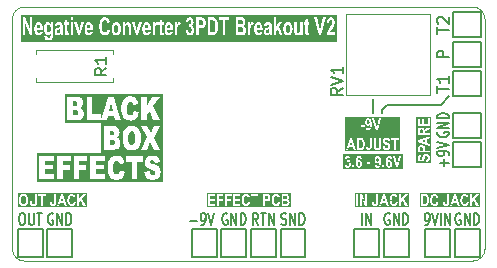
<source format=gbr>
%TF.GenerationSoftware,KiCad,Pcbnew,9.0.2*%
%TF.CreationDate,2025-07-23T23:09:01-07:00*%
%TF.ProjectId,3pdt-pwr-breakout-neg-V2,33706474-2d70-4777-922d-627265616b6f,rev?*%
%TF.SameCoordinates,Original*%
%TF.FileFunction,Legend,Top*%
%TF.FilePolarity,Positive*%
%FSLAX46Y46*%
G04 Gerber Fmt 4.6, Leading zero omitted, Abs format (unit mm)*
G04 Created by KiCad (PCBNEW 9.0.2) date 2025-07-23 23:09:01*
%MOMM*%
%LPD*%
G01*
G04 APERTURE LIST*
%ADD10C,0.200000*%
%ADD11C,0.150000*%
%ADD12C,0.120000*%
%TA.AperFunction,Profile*%
%ADD13C,0.100000*%
%TD*%
G04 APERTURE END LIST*
D10*
G36*
X76267635Y-62685303D02*
G01*
X76049037Y-62685303D01*
X76157237Y-62310146D01*
X76267635Y-62685303D01*
G37*
G36*
X76975892Y-62246778D02*
G01*
X77017851Y-62253360D01*
X77059833Y-62271821D01*
X77092687Y-62300865D01*
X77118183Y-62341211D01*
X77138605Y-62398562D01*
X77150272Y-62468099D01*
X77155018Y-62578203D01*
X77150353Y-62688955D01*
X77138605Y-62762972D01*
X77125482Y-62807080D01*
X77111269Y-62838644D01*
X77096253Y-62860364D01*
X77067548Y-62885246D01*
X77030942Y-62902313D01*
X76996195Y-62909050D01*
X76933148Y-62911960D01*
X76812345Y-62911960D01*
X76812345Y-62243712D01*
X76885032Y-62243712D01*
X76975892Y-62246778D01*
G37*
G36*
X77659971Y-60561232D02*
G01*
X77685976Y-60577392D01*
X77710817Y-60606027D01*
X77729027Y-60641815D01*
X77740736Y-60687857D01*
X77745011Y-60747016D01*
X77741151Y-60801035D01*
X77730709Y-60841920D01*
X77714676Y-60872679D01*
X77692618Y-60896658D01*
X77668071Y-60910662D01*
X77640084Y-60915422D01*
X77611085Y-60910451D01*
X77585913Y-60895877D01*
X77563538Y-60870969D01*
X77547665Y-60838979D01*
X77536999Y-60793944D01*
X77532959Y-60731629D01*
X77536761Y-60669947D01*
X77546651Y-60626643D01*
X77561096Y-60596990D01*
X77581676Y-60573986D01*
X77604947Y-60560503D01*
X77631877Y-60555896D01*
X77659971Y-60561232D01*
G37*
G36*
X80326394Y-63210650D02*
G01*
X75650453Y-63210650D01*
X75650453Y-63080000D01*
X75761564Y-63080000D01*
X75933169Y-63080000D01*
X75999309Y-62853342D01*
X76319512Y-62853342D01*
X76389463Y-63080000D01*
X76565464Y-63080000D01*
X76511791Y-62911960D01*
X76650607Y-62911960D01*
X76650607Y-63080000D01*
X76954983Y-63080000D01*
X77039992Y-63074009D01*
X77098158Y-63058750D01*
X77144414Y-63035995D01*
X77181873Y-63009172D01*
X77211829Y-62978578D01*
X77245277Y-62930228D01*
X77273934Y-62871616D01*
X77297656Y-62801196D01*
X77304148Y-62771277D01*
X77397014Y-62771277D01*
X77401882Y-62852392D01*
X77414852Y-62918532D01*
X77434848Y-62972400D01*
X77461494Y-63016130D01*
X77495399Y-63051417D01*
X77536117Y-63077299D01*
X77585033Y-63093690D01*
X77643992Y-63099539D01*
X77710239Y-63092962D01*
X77763696Y-63074756D01*
X77806853Y-63046355D01*
X77843952Y-63006759D01*
X77872134Y-62960044D01*
X77892094Y-62905183D01*
X77901023Y-62859547D01*
X77907228Y-62796850D01*
X77909582Y-62712903D01*
X77909582Y-62612641D01*
X78080356Y-62612641D01*
X78084987Y-62771305D01*
X78096183Y-62868119D01*
X78112627Y-62924292D01*
X78141564Y-62979738D01*
X78166526Y-63012163D01*
X78197471Y-63041012D01*
X78235255Y-63066261D01*
X78275886Y-63083250D01*
X78332474Y-63095045D01*
X78409351Y-63099539D01*
X78472660Y-63095644D01*
X78523295Y-63085026D01*
X78563420Y-63069009D01*
X78601149Y-63045551D01*
X78632300Y-63018182D01*
X78657697Y-62986943D01*
X78678414Y-62950705D01*
X78694561Y-62908884D01*
X78706058Y-62860608D01*
X78715177Y-62772466D01*
X78715486Y-62759553D01*
X78848598Y-62759553D01*
X78861464Y-62841537D01*
X78882254Y-62909641D01*
X78910365Y-62966138D01*
X78945855Y-63012711D01*
X78988002Y-63048712D01*
X79039580Y-63075790D01*
X79102524Y-63093247D01*
X79179205Y-63099539D01*
X79248497Y-63094997D01*
X79306002Y-63082394D01*
X79353545Y-63062964D01*
X79397196Y-63033801D01*
X79432947Y-62996677D01*
X79461745Y-62951100D01*
X79483140Y-62899248D01*
X79495767Y-62845732D01*
X79499993Y-62789656D01*
X79496143Y-62727353D01*
X79485273Y-62674673D01*
X79467998Y-62629921D01*
X79444116Y-62590069D01*
X79414809Y-62556224D01*
X79379484Y-62528011D01*
X79314623Y-62494167D01*
X79204899Y-62455287D01*
X79125006Y-62427694D01*
X79079273Y-62405373D01*
X79056253Y-62387693D01*
X79038075Y-62359382D01*
X79032219Y-62326693D01*
X79035107Y-62302306D01*
X79043509Y-62281888D01*
X79057914Y-62264412D01*
X79085961Y-62245182D01*
X79122054Y-62232668D01*
X79168312Y-62228080D01*
X79213199Y-62232488D01*
X79246443Y-62244234D01*
X79270747Y-62261847D01*
X79289846Y-62287315D01*
X79304871Y-62323265D01*
X79315297Y-62372672D01*
X79477083Y-62364856D01*
X79470333Y-62297213D01*
X79456003Y-62243712D01*
X79578591Y-62243712D01*
X79816337Y-62243712D01*
X79816337Y-63080000D01*
X79978074Y-63080000D01*
X79978074Y-62243712D01*
X80215283Y-62243712D01*
X80215283Y-62075673D01*
X79578591Y-62075673D01*
X79578591Y-62243712D01*
X79456003Y-62243712D01*
X79454675Y-62238752D01*
X79430403Y-62187783D01*
X79397021Y-62143145D01*
X79357543Y-62109002D01*
X79308068Y-62083071D01*
X79246417Y-62066181D01*
X79169924Y-62060041D01*
X79108808Y-62064312D01*
X79056703Y-62076325D01*
X79012289Y-62095151D01*
X78971385Y-62122755D01*
X78938370Y-62156753D01*
X78912247Y-62197428D01*
X78892842Y-62243691D01*
X78881396Y-62291472D01*
X78877565Y-62341592D01*
X78882212Y-62399430D01*
X78895830Y-62451782D01*
X78918556Y-62499916D01*
X78951326Y-62544680D01*
X78989222Y-62578170D01*
X79047834Y-62611872D01*
X79133873Y-62644881D01*
X79263371Y-62689333D01*
X79300763Y-62710653D01*
X79321598Y-62732076D01*
X79334003Y-62758917D01*
X79338256Y-62791610D01*
X79334038Y-62825725D01*
X79321276Y-62857092D01*
X79298640Y-62886864D01*
X79270354Y-62908212D01*
X79232092Y-62922326D01*
X79180866Y-62927592D01*
X79132936Y-62922033D01*
X79094522Y-62906595D01*
X79063629Y-62882224D01*
X79039115Y-62848410D01*
X79019711Y-62802095D01*
X79005988Y-62740013D01*
X78848598Y-62759553D01*
X78715486Y-62759553D01*
X78719198Y-62604459D01*
X78719198Y-62075673D01*
X78557411Y-62075673D01*
X78557411Y-62636332D01*
X78555249Y-62748046D01*
X78550279Y-62808463D01*
X78542535Y-62841001D01*
X78528721Y-62869911D01*
X78508221Y-62895901D01*
X78483275Y-62914555D01*
X78449548Y-62926895D01*
X78404418Y-62931500D01*
X78360123Y-62926804D01*
X78325142Y-62913894D01*
X78297537Y-62893825D01*
X78274709Y-62866000D01*
X78258350Y-62833036D01*
X78248102Y-62793930D01*
X78244058Y-62743914D01*
X78242094Y-62624548D01*
X78242094Y-62075673D01*
X78080356Y-62075673D01*
X78080356Y-62612641D01*
X77909582Y-62612641D01*
X77909582Y-62075673D01*
X77748381Y-62075673D01*
X77748381Y-62727313D01*
X77744974Y-62810147D01*
X77736732Y-62860517D01*
X77725960Y-62888757D01*
X77708688Y-62909392D01*
X77684070Y-62922640D01*
X77649463Y-62927592D01*
X77616197Y-62921338D01*
X77590212Y-62903571D01*
X77569693Y-62873553D01*
X77560755Y-62848513D01*
X77553629Y-62809551D01*
X77549470Y-62751737D01*
X77397014Y-62771277D01*
X77304148Y-62771277D01*
X77310806Y-62740596D01*
X77319231Y-62669848D01*
X77322226Y-62587423D01*
X77318960Y-62493424D01*
X77309902Y-62415058D01*
X77295995Y-62350080D01*
X77275398Y-62288101D01*
X77249892Y-62234157D01*
X77219498Y-62187353D01*
X77183670Y-62147461D01*
X77143608Y-62116772D01*
X77098695Y-62094846D01*
X77040268Y-62081249D01*
X76946239Y-62075673D01*
X76650607Y-62075673D01*
X76650607Y-62911960D01*
X76511791Y-62911960D01*
X76244676Y-62075673D01*
X76073608Y-62075673D01*
X75884196Y-62685303D01*
X75761564Y-63080000D01*
X75650453Y-63080000D01*
X75650453Y-61134263D01*
X77036658Y-61134263D01*
X77338298Y-61134263D01*
X77338298Y-60942777D01*
X77036658Y-60942777D01*
X77036658Y-61134263D01*
X75650453Y-61134263D01*
X75650453Y-60730957D01*
X77382115Y-60730957D01*
X77382158Y-60731629D01*
X77386733Y-60802371D01*
X77399932Y-60864282D01*
X77421204Y-60918360D01*
X77450698Y-60965858D01*
X77487379Y-61006030D01*
X77526318Y-61033848D01*
X77568151Y-61050462D01*
X77613803Y-61056106D01*
X77655748Y-61050774D01*
X77693265Y-61035216D01*
X77727347Y-61009341D01*
X77758639Y-60972086D01*
X77747807Y-61089886D01*
X77732818Y-61162201D01*
X77715995Y-61203079D01*
X77691252Y-61235250D01*
X77664664Y-61253324D01*
X77635150Y-61259316D01*
X77610905Y-61256015D01*
X77591000Y-61246683D01*
X77574480Y-61231533D01*
X77561819Y-61211172D01*
X77552177Y-61183347D01*
X77546050Y-61145987D01*
X77397404Y-61166870D01*
X77409052Y-61229368D01*
X77425574Y-61280640D01*
X77446502Y-61322464D01*
X77471752Y-61356219D01*
X77501963Y-61383200D01*
X77536748Y-61402883D01*
X77576956Y-61415204D01*
X77623671Y-61419539D01*
X77674991Y-61414462D01*
X77721049Y-61399746D01*
X77762762Y-61375712D01*
X77800837Y-61342062D01*
X77835723Y-61297906D01*
X77862230Y-61249513D01*
X77884393Y-61188417D01*
X77901648Y-61112090D01*
X77913014Y-61017553D01*
X77917153Y-60901439D01*
X77913154Y-60787092D01*
X77902192Y-60694326D01*
X77885592Y-60619750D01*
X77864334Y-60560354D01*
X77838995Y-60513581D01*
X77805401Y-60470504D01*
X77769110Y-60437851D01*
X77729730Y-60414657D01*
X77686624Y-60400528D01*
X77638960Y-60395673D01*
X77968200Y-60395673D01*
X78254550Y-61400000D01*
X78427230Y-61400000D01*
X78714166Y-60395673D01*
X78542561Y-60395673D01*
X78346385Y-61138171D01*
X78143615Y-60395673D01*
X77968200Y-60395673D01*
X77638960Y-60395673D01*
X77584137Y-60401735D01*
X77535891Y-60419218D01*
X77492979Y-60447759D01*
X77454508Y-60487936D01*
X77423387Y-60536644D01*
X77400943Y-60592403D01*
X77387002Y-60656567D01*
X77382115Y-60730957D01*
X75650453Y-60730957D01*
X75650453Y-60284562D01*
X80326394Y-60284562D01*
X80326394Y-63210650D01*
G37*
G36*
X48486598Y-66987646D02*
G01*
X48528829Y-67003866D01*
X48565717Y-67030253D01*
X48598150Y-67067412D01*
X48622856Y-67111634D01*
X48641699Y-67167668D01*
X48654028Y-67238166D01*
X48658527Y-67326371D01*
X48653932Y-67415450D01*
X48641310Y-67487028D01*
X48621954Y-67544278D01*
X48596489Y-67589787D01*
X48563118Y-67628373D01*
X48526108Y-67655459D01*
X48484694Y-67671910D01*
X48437732Y-67677592D01*
X48390806Y-67671890D01*
X48349251Y-67655349D01*
X48311947Y-67628059D01*
X48278143Y-67589115D01*
X48252189Y-67543151D01*
X48232602Y-67486154D01*
X48219917Y-67415777D01*
X48215324Y-67329118D01*
X48219870Y-67240658D01*
X48232343Y-67169763D01*
X48251442Y-67113231D01*
X48276531Y-67068450D01*
X48309414Y-67030756D01*
X48346598Y-67004055D01*
X48388950Y-66987686D01*
X48437732Y-66981988D01*
X48486598Y-66987646D01*
G37*
G36*
X51801981Y-67435303D02*
G01*
X51583384Y-67435303D01*
X51691584Y-67060146D01*
X51801981Y-67435303D01*
G37*
G36*
X53829422Y-67960650D02*
G01*
X47937542Y-67960650D01*
X47937542Y-67335957D01*
X48048653Y-67335957D01*
X48053395Y-67433092D01*
X48066887Y-67517686D01*
X48088332Y-67591541D01*
X48117376Y-67656176D01*
X48154117Y-67712763D01*
X48198257Y-67761111D01*
X48247837Y-67798844D01*
X48303626Y-67826385D01*
X48366675Y-67843547D01*
X48438269Y-67849539D01*
X48508864Y-67843552D01*
X48571238Y-67826375D01*
X48626633Y-67798750D01*
X48676066Y-67760814D01*
X48720272Y-67712091D01*
X48756925Y-67655302D01*
X48785958Y-67590201D01*
X48807436Y-67515570D01*
X48820971Y-67429835D01*
X48824215Y-67362641D01*
X48951032Y-67362641D01*
X48955663Y-67521305D01*
X48966859Y-67618119D01*
X48983303Y-67674292D01*
X49012240Y-67729738D01*
X49037202Y-67762163D01*
X49068147Y-67791012D01*
X49105931Y-67816261D01*
X49146562Y-67833250D01*
X49203150Y-67845045D01*
X49280027Y-67849539D01*
X49343336Y-67845644D01*
X49393971Y-67835026D01*
X49434096Y-67819009D01*
X49471825Y-67795551D01*
X49502976Y-67768182D01*
X49528374Y-67736943D01*
X49549090Y-67700705D01*
X49565237Y-67658884D01*
X49576734Y-67610608D01*
X49585853Y-67522466D01*
X49589874Y-67354459D01*
X49589874Y-66993712D01*
X49702861Y-66993712D01*
X49940607Y-66993712D01*
X49940607Y-67830000D01*
X50102344Y-67830000D01*
X50102344Y-67521277D01*
X50692923Y-67521277D01*
X50697792Y-67602392D01*
X50710762Y-67668532D01*
X50730758Y-67722400D01*
X50757404Y-67766130D01*
X50791309Y-67801417D01*
X50832026Y-67827299D01*
X50880943Y-67843690D01*
X50939902Y-67849539D01*
X51006149Y-67842962D01*
X51044208Y-67830000D01*
X51295910Y-67830000D01*
X51467515Y-67830000D01*
X51533656Y-67603342D01*
X51853859Y-67603342D01*
X51923810Y-67830000D01*
X52099811Y-67830000D01*
X51942245Y-67336690D01*
X52157062Y-67336690D01*
X52161676Y-67432389D01*
X52174814Y-67515914D01*
X52195709Y-67588995D01*
X52224008Y-67653093D01*
X52259790Y-67709344D01*
X52303192Y-67758425D01*
X52350454Y-67796144D01*
X52402133Y-67823246D01*
X52459032Y-67839888D01*
X52522156Y-67845631D01*
X52586467Y-67840179D01*
X52623183Y-67830000D01*
X52995840Y-67830000D01*
X53157578Y-67830000D01*
X53157578Y-67527260D01*
X53288736Y-67359405D01*
X53508995Y-67830000D01*
X53718311Y-67830000D01*
X53400209Y-67216095D01*
X53701898Y-66825673D01*
X53484375Y-66825673D01*
X53157578Y-67269279D01*
X53157578Y-66825673D01*
X52995840Y-66825673D01*
X52995840Y-67830000D01*
X52623183Y-67830000D01*
X52642574Y-67824624D01*
X52691739Y-67799752D01*
X52734989Y-67765764D01*
X52772417Y-67722657D01*
X52804940Y-67668710D01*
X52832581Y-67602292D01*
X52854961Y-67521277D01*
X52698108Y-67458750D01*
X52680336Y-67530581D01*
X52657892Y-67583661D01*
X52631430Y-67621844D01*
X52598492Y-67650621D01*
X52561900Y-67667799D01*
X52520495Y-67673684D01*
X52478098Y-67668448D01*
X52440947Y-67653315D01*
X52407951Y-67628414D01*
X52378394Y-67592901D01*
X52356763Y-67551468D01*
X52339641Y-67495205D01*
X52328064Y-67420171D01*
X52323733Y-67321669D01*
X52328031Y-67229465D01*
X52339620Y-67158057D01*
X52356962Y-67103408D01*
X52379176Y-67062161D01*
X52409088Y-67027024D01*
X52442603Y-67002292D01*
X52480461Y-66987215D01*
X52523768Y-66981988D01*
X52565480Y-66987233D01*
X52601615Y-67002332D01*
X52633335Y-67027112D01*
X52659663Y-67060316D01*
X52679382Y-67100823D01*
X52692637Y-67150027D01*
X52852763Y-67103133D01*
X52830248Y-67025696D01*
X52802782Y-66965165D01*
X52770795Y-66918668D01*
X52722480Y-66871958D01*
X52667489Y-66838265D01*
X52604549Y-66817357D01*
X52531974Y-66810041D01*
X52465044Y-66815975D01*
X52405443Y-66833072D01*
X52352026Y-66860728D01*
X52303870Y-66898960D01*
X52260327Y-66948405D01*
X52224684Y-67005240D01*
X52196285Y-67070979D01*
X52175160Y-67146957D01*
X52161786Y-67234866D01*
X52157062Y-67336690D01*
X51942245Y-67336690D01*
X51779023Y-66825673D01*
X51607955Y-66825673D01*
X51418543Y-67435303D01*
X51295910Y-67830000D01*
X51044208Y-67830000D01*
X51059606Y-67824756D01*
X51102763Y-67796355D01*
X51139862Y-67756759D01*
X51168044Y-67710044D01*
X51188004Y-67655183D01*
X51196933Y-67609547D01*
X51203138Y-67546850D01*
X51205491Y-67462903D01*
X51205491Y-66825673D01*
X51044291Y-66825673D01*
X51044291Y-67477313D01*
X51040884Y-67560147D01*
X51032642Y-67610517D01*
X51021870Y-67638757D01*
X51004598Y-67659392D01*
X50979979Y-67672640D01*
X50945373Y-67677592D01*
X50912107Y-67671338D01*
X50886122Y-67653571D01*
X50865603Y-67623553D01*
X50856665Y-67598513D01*
X50849539Y-67559551D01*
X50845380Y-67501737D01*
X50692923Y-67521277D01*
X50102344Y-67521277D01*
X50102344Y-66993712D01*
X50339553Y-66993712D01*
X50339553Y-66825673D01*
X49702861Y-66825673D01*
X49702861Y-66993712D01*
X49589874Y-66993712D01*
X49589874Y-66825673D01*
X49428087Y-66825673D01*
X49428087Y-67386332D01*
X49425925Y-67498046D01*
X49420956Y-67558463D01*
X49413211Y-67591001D01*
X49399397Y-67619911D01*
X49378897Y-67645901D01*
X49353951Y-67664555D01*
X49320224Y-67676895D01*
X49275094Y-67681500D01*
X49230799Y-67676804D01*
X49195818Y-67663894D01*
X49168213Y-67643825D01*
X49145385Y-67616000D01*
X49129026Y-67583036D01*
X49118778Y-67543930D01*
X49114734Y-67493914D01*
X49112770Y-67374548D01*
X49112770Y-66825673D01*
X48951032Y-66825673D01*
X48951032Y-67362641D01*
X48824215Y-67362641D01*
X48825736Y-67331133D01*
X48820926Y-67231580D01*
X48807272Y-67145223D01*
X48785617Y-67070160D01*
X48756362Y-67004785D01*
X48719441Y-66947855D01*
X48674902Y-66898984D01*
X48625165Y-66860941D01*
X48569498Y-66833249D01*
X48506895Y-66816038D01*
X48436120Y-66810041D01*
X48371494Y-66814750D01*
X48314270Y-66828232D01*
X48263440Y-66849792D01*
X48227468Y-66872533D01*
X48193000Y-66902503D01*
X48159832Y-66940345D01*
X48117533Y-67005381D01*
X48085289Y-67078159D01*
X48065759Y-67149124D01*
X48053170Y-67234196D01*
X48048957Y-67329118D01*
X48048653Y-67335957D01*
X47937542Y-67335957D01*
X47937542Y-66698930D01*
X53829422Y-66698930D01*
X53829422Y-67960650D01*
G37*
G36*
X82419199Y-66996778D02*
G01*
X82461158Y-67003360D01*
X82503140Y-67021821D01*
X82535994Y-67050865D01*
X82561490Y-67091211D01*
X82581912Y-67148562D01*
X82593579Y-67218099D01*
X82598325Y-67328203D01*
X82593660Y-67438955D01*
X82581912Y-67512972D01*
X82568789Y-67557080D01*
X82554576Y-67588644D01*
X82539560Y-67610364D01*
X82510855Y-67635246D01*
X82474250Y-67652313D01*
X82439502Y-67659050D01*
X82376455Y-67661960D01*
X82255652Y-67661960D01*
X82255652Y-66993712D01*
X82328339Y-66993712D01*
X82419199Y-66996778D01*
G37*
G36*
X85068597Y-67435303D02*
G01*
X84850000Y-67435303D01*
X84958199Y-67060146D01*
X85068597Y-67435303D01*
G37*
G36*
X87096038Y-67960650D02*
G01*
X81982804Y-67960650D01*
X81982804Y-67661960D01*
X82093915Y-67661960D01*
X82093915Y-67830000D01*
X82398290Y-67830000D01*
X82483299Y-67824009D01*
X82541465Y-67808750D01*
X82587721Y-67785995D01*
X82625180Y-67759172D01*
X82655136Y-67728578D01*
X82688584Y-67680228D01*
X82717241Y-67621616D01*
X82740963Y-67551196D01*
X82754113Y-67490596D01*
X82762538Y-67419848D01*
X82765534Y-67337423D01*
X82765509Y-67336690D01*
X82874173Y-67336690D01*
X82878788Y-67432389D01*
X82891926Y-67515914D01*
X82912821Y-67588995D01*
X82941120Y-67653093D01*
X82976901Y-67709344D01*
X83020303Y-67758425D01*
X83067565Y-67796144D01*
X83119244Y-67823246D01*
X83176144Y-67839888D01*
X83239267Y-67845631D01*
X83303579Y-67840179D01*
X83359685Y-67824624D01*
X83408850Y-67799752D01*
X83452100Y-67765764D01*
X83489529Y-67722657D01*
X83522051Y-67668710D01*
X83549692Y-67602292D01*
X83572072Y-67521277D01*
X83959539Y-67521277D01*
X83964408Y-67602392D01*
X83977378Y-67668532D01*
X83997373Y-67722400D01*
X84024019Y-67766130D01*
X84057925Y-67801417D01*
X84098642Y-67827299D01*
X84147559Y-67843690D01*
X84206518Y-67849539D01*
X84272765Y-67842962D01*
X84310824Y-67830000D01*
X84562526Y-67830000D01*
X84734131Y-67830000D01*
X84800272Y-67603342D01*
X85120474Y-67603342D01*
X85190426Y-67830000D01*
X85366427Y-67830000D01*
X85208860Y-67336690D01*
X85423677Y-67336690D01*
X85428292Y-67432389D01*
X85441430Y-67515914D01*
X85462325Y-67588995D01*
X85490624Y-67653093D01*
X85526406Y-67709344D01*
X85569808Y-67758425D01*
X85617070Y-67796144D01*
X85668749Y-67823246D01*
X85725648Y-67839888D01*
X85788772Y-67845631D01*
X85853083Y-67840179D01*
X85889799Y-67830000D01*
X86262456Y-67830000D01*
X86424194Y-67830000D01*
X86424194Y-67527260D01*
X86555352Y-67359405D01*
X86775610Y-67830000D01*
X86984927Y-67830000D01*
X86666825Y-67216095D01*
X86968513Y-66825673D01*
X86750991Y-66825673D01*
X86424194Y-67269279D01*
X86424194Y-66825673D01*
X86262456Y-66825673D01*
X86262456Y-67830000D01*
X85889799Y-67830000D01*
X85909190Y-67824624D01*
X85958354Y-67799752D01*
X86001605Y-67765764D01*
X86039033Y-67722657D01*
X86071555Y-67668710D01*
X86099197Y-67602292D01*
X86121577Y-67521277D01*
X85964724Y-67458750D01*
X85946952Y-67530581D01*
X85924508Y-67583661D01*
X85898046Y-67621844D01*
X85865108Y-67650621D01*
X85828516Y-67667799D01*
X85787111Y-67673684D01*
X85744714Y-67668448D01*
X85707563Y-67653315D01*
X85674567Y-67628414D01*
X85645010Y-67592901D01*
X85623378Y-67551468D01*
X85606257Y-67495205D01*
X85594680Y-67420171D01*
X85590349Y-67321669D01*
X85594647Y-67229465D01*
X85606236Y-67158057D01*
X85623578Y-67103408D01*
X85645792Y-67062161D01*
X85675704Y-67027024D01*
X85709219Y-67002292D01*
X85747076Y-66987215D01*
X85790384Y-66981988D01*
X85832096Y-66987233D01*
X85868231Y-67002332D01*
X85899951Y-67027112D01*
X85926279Y-67060316D01*
X85945998Y-67100823D01*
X85959253Y-67150027D01*
X86119379Y-67103133D01*
X86096863Y-67025696D01*
X86069398Y-66965165D01*
X86037411Y-66918668D01*
X85989096Y-66871958D01*
X85934105Y-66838265D01*
X85871165Y-66817357D01*
X85798590Y-66810041D01*
X85731660Y-66815975D01*
X85672059Y-66833072D01*
X85618642Y-66860728D01*
X85570486Y-66898960D01*
X85526943Y-66948405D01*
X85491300Y-67005240D01*
X85462901Y-67070979D01*
X85441776Y-67146957D01*
X85428401Y-67234866D01*
X85423677Y-67336690D01*
X85208860Y-67336690D01*
X85045638Y-66825673D01*
X84874571Y-66825673D01*
X84685159Y-67435303D01*
X84562526Y-67830000D01*
X84310824Y-67830000D01*
X84326222Y-67824756D01*
X84369379Y-67796355D01*
X84406478Y-67756759D01*
X84434660Y-67710044D01*
X84454620Y-67655183D01*
X84463548Y-67609547D01*
X84469753Y-67546850D01*
X84472107Y-67462903D01*
X84472107Y-66825673D01*
X84310907Y-66825673D01*
X84310907Y-67477313D01*
X84307500Y-67560147D01*
X84299258Y-67610517D01*
X84288486Y-67638757D01*
X84271214Y-67659392D01*
X84246595Y-67672640D01*
X84211989Y-67677592D01*
X84178723Y-67671338D01*
X84152737Y-67653571D01*
X84132219Y-67623553D01*
X84123281Y-67598513D01*
X84116155Y-67559551D01*
X84111996Y-67501737D01*
X83959539Y-67521277D01*
X83572072Y-67521277D01*
X83415220Y-67458750D01*
X83397447Y-67530581D01*
X83375003Y-67583661D01*
X83348541Y-67621844D01*
X83315603Y-67650621D01*
X83279011Y-67667799D01*
X83237606Y-67673684D01*
X83195210Y-67668448D01*
X83158058Y-67653315D01*
X83125062Y-67628414D01*
X83095506Y-67592901D01*
X83073874Y-67551468D01*
X83056752Y-67495205D01*
X83045175Y-67420171D01*
X83040844Y-67321669D01*
X83045143Y-67229465D01*
X83056731Y-67158057D01*
X83074073Y-67103408D01*
X83096287Y-67062161D01*
X83126199Y-67027024D01*
X83159714Y-67002292D01*
X83197572Y-66987215D01*
X83240879Y-66981988D01*
X83282591Y-66987233D01*
X83318727Y-67002332D01*
X83350446Y-67027112D01*
X83376774Y-67060316D01*
X83396493Y-67100823D01*
X83409749Y-67150027D01*
X83569874Y-67103133D01*
X83547359Y-67025696D01*
X83519894Y-66965165D01*
X83487906Y-66918668D01*
X83439592Y-66871958D01*
X83384600Y-66838265D01*
X83321661Y-66817357D01*
X83249086Y-66810041D01*
X83182155Y-66815975D01*
X83122554Y-66833072D01*
X83069137Y-66860728D01*
X83020982Y-66898960D01*
X82977439Y-66948405D01*
X82941795Y-67005240D01*
X82913396Y-67070979D01*
X82892271Y-67146957D01*
X82878897Y-67234866D01*
X82874173Y-67336690D01*
X82765509Y-67336690D01*
X82762268Y-67243424D01*
X82753209Y-67165058D01*
X82739302Y-67100080D01*
X82718705Y-67038101D01*
X82693200Y-66984157D01*
X82662805Y-66937353D01*
X82626978Y-66897461D01*
X82586915Y-66866772D01*
X82542003Y-66844846D01*
X82483576Y-66831249D01*
X82389546Y-66825673D01*
X82093915Y-66825673D01*
X82093915Y-67661960D01*
X81982804Y-67661960D01*
X81982804Y-66698930D01*
X87096038Y-66698930D01*
X87096038Y-67960650D01*
G37*
G36*
X69052007Y-66995938D02*
G01*
X69088213Y-67000673D01*
X69113136Y-67009825D01*
X69134617Y-67024799D01*
X69153231Y-67045858D01*
X69167288Y-67071582D01*
X69175903Y-67101770D01*
X69178925Y-67137632D01*
X69174235Y-67180514D01*
X69160607Y-67216889D01*
X69138984Y-67246222D01*
X69110048Y-67266898D01*
X69069914Y-67277802D01*
X68982163Y-67282896D01*
X68893649Y-67282896D01*
X68893649Y-66993712D01*
X68971807Y-66993712D01*
X69052007Y-66995938D01*
G37*
G36*
X70680241Y-67397035D02*
G01*
X70722833Y-67406788D01*
X70752417Y-67425893D01*
X70773391Y-67452889D01*
X70786322Y-67487149D01*
X70790879Y-67529886D01*
X70788128Y-67564619D01*
X70780437Y-67592703D01*
X70768164Y-67615554D01*
X70742414Y-67641401D01*
X70709448Y-67655793D01*
X70678145Y-67659906D01*
X70598513Y-67661960D01*
X70448792Y-67661960D01*
X70448792Y-67392316D01*
X70579413Y-67392316D01*
X70680241Y-67397035D01*
G37*
G36*
X70679944Y-66997131D02*
G01*
X70705874Y-67004231D01*
X70725763Y-67016036D01*
X70740858Y-67032180D01*
X70756005Y-67064531D01*
X70761374Y-67107285D01*
X70758570Y-67138249D01*
X70750606Y-67163818D01*
X70737585Y-67185198D01*
X70710323Y-67208379D01*
X70672323Y-67220858D01*
X70554794Y-67224277D01*
X70448792Y-67224277D01*
X70448792Y-66993712D01*
X70541702Y-66993712D01*
X70679944Y-66997131D01*
G37*
G36*
X71069199Y-67956742D02*
G01*
X63957130Y-67956742D01*
X63957130Y-67830000D01*
X64068241Y-67830000D01*
X64677578Y-67830000D01*
X64815722Y-67830000D01*
X64977508Y-67830000D01*
X65499602Y-67830000D01*
X65661388Y-67830000D01*
X66182407Y-67830000D01*
X66791744Y-67830000D01*
X66791744Y-67661960D01*
X66344145Y-67661960D01*
X66344145Y-67384501D01*
X66746364Y-67384501D01*
X66746364Y-67336690D01*
X66900383Y-67336690D01*
X66904998Y-67432389D01*
X66918136Y-67515914D01*
X66939031Y-67588995D01*
X66967330Y-67653093D01*
X67003112Y-67709344D01*
X67046514Y-67758425D01*
X67093776Y-67796144D01*
X67145455Y-67823246D01*
X67202354Y-67839888D01*
X67265478Y-67845631D01*
X67329789Y-67840179D01*
X67385896Y-67824624D01*
X67435060Y-67799752D01*
X67478311Y-67765764D01*
X67515739Y-67722657D01*
X67548261Y-67668710D01*
X67575903Y-67602292D01*
X67598283Y-67521277D01*
X67441430Y-67458750D01*
X67423658Y-67530581D01*
X67401214Y-67583661D01*
X67374752Y-67621844D01*
X67341814Y-67650621D01*
X67305222Y-67667799D01*
X67263817Y-67673684D01*
X67221420Y-67668448D01*
X67184269Y-67653315D01*
X67151273Y-67628414D01*
X67121716Y-67592901D01*
X67100084Y-67551468D01*
X67082963Y-67495205D01*
X67071386Y-67420171D01*
X67067055Y-67321669D01*
X67071353Y-67229465D01*
X67082942Y-67158057D01*
X67100284Y-67103408D01*
X67122498Y-67062161D01*
X67152410Y-67027024D01*
X67185925Y-67002292D01*
X67223782Y-66987215D01*
X67267090Y-66981988D01*
X67308802Y-66987233D01*
X67344937Y-67002332D01*
X67376657Y-67027112D01*
X67402985Y-67060316D01*
X67422704Y-67100823D01*
X67435959Y-67150027D01*
X67596085Y-67103133D01*
X67573569Y-67025696D01*
X67559057Y-66993712D01*
X67679567Y-66993712D01*
X67917313Y-66993712D01*
X67917313Y-67830000D01*
X68079051Y-67830000D01*
X68079051Y-67282896D01*
X68731912Y-67282896D01*
X68731912Y-67830000D01*
X68893649Y-67830000D01*
X68893649Y-67450935D01*
X68999113Y-67450935D01*
X69102484Y-67446746D01*
X69166908Y-67436524D01*
X69208470Y-67419250D01*
X69250830Y-67388958D01*
X69276280Y-67362537D01*
X69294170Y-67336690D01*
X69449888Y-67336690D01*
X69454503Y-67432389D01*
X69467641Y-67515914D01*
X69488536Y-67588995D01*
X69516835Y-67653093D01*
X69552617Y-67709344D01*
X69596018Y-67758425D01*
X69643280Y-67796144D01*
X69694959Y-67823246D01*
X69751859Y-67839888D01*
X69814982Y-67845631D01*
X69879294Y-67840179D01*
X69935400Y-67824624D01*
X69984565Y-67799752D01*
X70027815Y-67765764D01*
X70065244Y-67722657D01*
X70097766Y-67668710D01*
X70125407Y-67602292D01*
X70147787Y-67521277D01*
X69990935Y-67458750D01*
X69973162Y-67530581D01*
X69950718Y-67583661D01*
X69924256Y-67621844D01*
X69891319Y-67650621D01*
X69854727Y-67667799D01*
X69813321Y-67673684D01*
X69770925Y-67668448D01*
X69733773Y-67653315D01*
X69700777Y-67628414D01*
X69671221Y-67592901D01*
X69649589Y-67551468D01*
X69632467Y-67495205D01*
X69620890Y-67420171D01*
X69616559Y-67321669D01*
X69620858Y-67229465D01*
X69621700Y-67224277D01*
X70287006Y-67224277D01*
X70287006Y-67661960D01*
X70287006Y-67830000D01*
X70559679Y-67830000D01*
X70700495Y-67827051D01*
X70754780Y-67823161D01*
X70796784Y-67813480D01*
X70832635Y-67797473D01*
X70863272Y-67775533D01*
X70890316Y-67747082D01*
X70913396Y-67712785D01*
X70932686Y-67671974D01*
X70946912Y-67627916D01*
X70955301Y-67583623D01*
X70958088Y-67538618D01*
X70953573Y-67482245D01*
X70940447Y-67432202D01*
X70918716Y-67387126D01*
X70889528Y-67349151D01*
X70852499Y-67318744D01*
X70806168Y-67295901D01*
X70838563Y-67272856D01*
X70865806Y-67243581D01*
X70888429Y-67207608D01*
X70905306Y-67166996D01*
X70915366Y-67124126D01*
X70918764Y-67078220D01*
X70915952Y-67035715D01*
X70907726Y-66996828D01*
X70894145Y-66960861D01*
X70866177Y-66913273D01*
X70832693Y-66877025D01*
X70793650Y-66851072D01*
X70749065Y-66835626D01*
X70696290Y-66828609D01*
X70607257Y-66825673D01*
X70287006Y-66825673D01*
X70287006Y-67224277D01*
X69621700Y-67224277D01*
X69632446Y-67158057D01*
X69649788Y-67103408D01*
X69672002Y-67062161D01*
X69701914Y-67027024D01*
X69735429Y-67002292D01*
X69773287Y-66987215D01*
X69816594Y-66981988D01*
X69858306Y-66987233D01*
X69894442Y-67002332D01*
X69926162Y-67027112D01*
X69952490Y-67060316D01*
X69972208Y-67100823D01*
X69985464Y-67150027D01*
X70145589Y-67103133D01*
X70123074Y-67025696D01*
X70095609Y-66965165D01*
X70063621Y-66918668D01*
X70015307Y-66871958D01*
X69960315Y-66838265D01*
X69897376Y-66817357D01*
X69824801Y-66810041D01*
X69757870Y-66815975D01*
X69698269Y-66833072D01*
X69644852Y-66860728D01*
X69596697Y-66898960D01*
X69553154Y-66948405D01*
X69517510Y-67005240D01*
X69489111Y-67070979D01*
X69467986Y-67146957D01*
X69454612Y-67234866D01*
X69449888Y-67336690D01*
X69294170Y-67336690D01*
X69298935Y-67329805D01*
X69318876Y-67289979D01*
X69333245Y-67246722D01*
X69342388Y-67195429D01*
X69345645Y-67134518D01*
X69340030Y-67056553D01*
X69324272Y-66992310D01*
X69299190Y-66939063D01*
X69265165Y-66893884D01*
X69226971Y-66861514D01*
X69183859Y-66840755D01*
X69126413Y-66830581D01*
X68991493Y-66825673D01*
X68731912Y-66825673D01*
X68731912Y-67282896D01*
X68079051Y-67282896D01*
X68079051Y-66993712D01*
X68316259Y-66993712D01*
X68316259Y-66825673D01*
X67679567Y-66825673D01*
X67679567Y-66993712D01*
X67559057Y-66993712D01*
X67546104Y-66965165D01*
X67514117Y-66918668D01*
X67465802Y-66871958D01*
X67410811Y-66838265D01*
X67347871Y-66817357D01*
X67275296Y-66810041D01*
X67208366Y-66815975D01*
X67148765Y-66833072D01*
X67095348Y-66860728D01*
X67047192Y-66898960D01*
X67003649Y-66948405D01*
X66968006Y-67005240D01*
X66939607Y-67070979D01*
X66918482Y-67146957D01*
X66905107Y-67234866D01*
X66900383Y-67336690D01*
X66746364Y-67336690D01*
X66746364Y-67216461D01*
X66344145Y-67216461D01*
X66344145Y-66993712D01*
X66776455Y-66993712D01*
X66776455Y-66825673D01*
X66182407Y-66825673D01*
X66182407Y-67830000D01*
X65661388Y-67830000D01*
X65661388Y-67404040D01*
X65995854Y-67404040D01*
X65995854Y-67236001D01*
X65661388Y-67236001D01*
X65661388Y-66993712D01*
X66048855Y-66993712D01*
X66048855Y-66825673D01*
X65499602Y-66825673D01*
X65499602Y-67830000D01*
X64977508Y-67830000D01*
X64977508Y-67404040D01*
X65311974Y-67404040D01*
X65311974Y-67236001D01*
X64977508Y-67236001D01*
X64977508Y-66993712D01*
X65364975Y-66993712D01*
X65364975Y-66825673D01*
X64815722Y-66825673D01*
X64815722Y-67830000D01*
X64677578Y-67830000D01*
X64677578Y-67661960D01*
X64229979Y-67661960D01*
X64229979Y-67384501D01*
X64632198Y-67384501D01*
X64632198Y-67216461D01*
X64229979Y-67216461D01*
X64229979Y-66993712D01*
X64662289Y-66993712D01*
X64662289Y-66825673D01*
X64068241Y-66825673D01*
X64068241Y-67830000D01*
X63957130Y-67830000D01*
X63957130Y-66698930D01*
X71069199Y-66698930D01*
X71069199Y-67956742D01*
G37*
G36*
X79070056Y-67435303D02*
G01*
X78851459Y-67435303D01*
X78959658Y-67060146D01*
X79070056Y-67435303D01*
G37*
G36*
X81097497Y-67960650D02*
G01*
X76476949Y-67960650D01*
X76476949Y-67830000D01*
X76588060Y-67830000D01*
X76749847Y-67830000D01*
X76905723Y-67830000D01*
X77055981Y-67830000D01*
X77055981Y-67167674D01*
X77378968Y-67830000D01*
X77541291Y-67830000D01*
X77541291Y-67521277D01*
X77960998Y-67521277D01*
X77965867Y-67602392D01*
X77978837Y-67668532D01*
X77998832Y-67722400D01*
X78025478Y-67766130D01*
X78059383Y-67801417D01*
X78100101Y-67827299D01*
X78149018Y-67843690D01*
X78207977Y-67849539D01*
X78274224Y-67842962D01*
X78312283Y-67830000D01*
X78563985Y-67830000D01*
X78735590Y-67830000D01*
X78801731Y-67603342D01*
X79121933Y-67603342D01*
X79191885Y-67830000D01*
X79367886Y-67830000D01*
X79210319Y-67336690D01*
X79425136Y-67336690D01*
X79429751Y-67432389D01*
X79442889Y-67515914D01*
X79463784Y-67588995D01*
X79492083Y-67653093D01*
X79527865Y-67709344D01*
X79571267Y-67758425D01*
X79618529Y-67796144D01*
X79670208Y-67823246D01*
X79727107Y-67839888D01*
X79790231Y-67845631D01*
X79854542Y-67840179D01*
X79891258Y-67830000D01*
X80263915Y-67830000D01*
X80425653Y-67830000D01*
X80425653Y-67527260D01*
X80556811Y-67359405D01*
X80777069Y-67830000D01*
X80986386Y-67830000D01*
X80668284Y-67216095D01*
X80969972Y-66825673D01*
X80752450Y-66825673D01*
X80425653Y-67269279D01*
X80425653Y-66825673D01*
X80263915Y-66825673D01*
X80263915Y-67830000D01*
X79891258Y-67830000D01*
X79910649Y-67824624D01*
X79959813Y-67799752D01*
X80003064Y-67765764D01*
X80040492Y-67722657D01*
X80073014Y-67668710D01*
X80100656Y-67602292D01*
X80123036Y-67521277D01*
X79966183Y-67458750D01*
X79948411Y-67530581D01*
X79925967Y-67583661D01*
X79899505Y-67621844D01*
X79866567Y-67650621D01*
X79829975Y-67667799D01*
X79788570Y-67673684D01*
X79746173Y-67668448D01*
X79709022Y-67653315D01*
X79676026Y-67628414D01*
X79646469Y-67592901D01*
X79624837Y-67551468D01*
X79607716Y-67495205D01*
X79596139Y-67420171D01*
X79591808Y-67321669D01*
X79596106Y-67229465D01*
X79607695Y-67158057D01*
X79625037Y-67103408D01*
X79647251Y-67062161D01*
X79677163Y-67027024D01*
X79710678Y-67002292D01*
X79748535Y-66987215D01*
X79791843Y-66981988D01*
X79833555Y-66987233D01*
X79869690Y-67002332D01*
X79901410Y-67027112D01*
X79927738Y-67060316D01*
X79947457Y-67100823D01*
X79960712Y-67150027D01*
X80120838Y-67103133D01*
X80098322Y-67025696D01*
X80070857Y-66965165D01*
X80038870Y-66918668D01*
X79990555Y-66871958D01*
X79935564Y-66838265D01*
X79872624Y-66817357D01*
X79800049Y-66810041D01*
X79733119Y-66815975D01*
X79673518Y-66833072D01*
X79620101Y-66860728D01*
X79571945Y-66898960D01*
X79528402Y-66948405D01*
X79492759Y-67005240D01*
X79464360Y-67070979D01*
X79443235Y-67146957D01*
X79429860Y-67234866D01*
X79425136Y-67336690D01*
X79210319Y-67336690D01*
X79047097Y-66825673D01*
X78876030Y-66825673D01*
X78686618Y-67435303D01*
X78563985Y-67830000D01*
X78312283Y-67830000D01*
X78327681Y-67824756D01*
X78370838Y-67796355D01*
X78407937Y-67756759D01*
X78436119Y-67710044D01*
X78456079Y-67655183D01*
X78465007Y-67609547D01*
X78471212Y-67546850D01*
X78473566Y-67462903D01*
X78473566Y-66825673D01*
X78312366Y-66825673D01*
X78312366Y-67477313D01*
X78308959Y-67560147D01*
X78300717Y-67610517D01*
X78289945Y-67638757D01*
X78272673Y-67659392D01*
X78248054Y-67672640D01*
X78213448Y-67677592D01*
X78180182Y-67671338D01*
X78154196Y-67653571D01*
X78133678Y-67623553D01*
X78124740Y-67598513D01*
X78117614Y-67559551D01*
X78113455Y-67501737D01*
X77960998Y-67521277D01*
X77541291Y-67521277D01*
X77541291Y-66825673D01*
X77390984Y-66825673D01*
X77390984Y-67498012D01*
X77063113Y-66825673D01*
X76905723Y-66825673D01*
X76905723Y-67830000D01*
X76749847Y-67830000D01*
X76749847Y-66825673D01*
X76588060Y-66825673D01*
X76588060Y-67830000D01*
X76476949Y-67830000D01*
X76476949Y-66698930D01*
X81097497Y-66698930D01*
X81097497Y-67960650D01*
G37*
D11*
X78750000Y-60000000D02*
X78750000Y-59750000D01*
X83750000Y-59250000D02*
X84500000Y-58500000D01*
X79250000Y-59250000D02*
X83750000Y-59250000D01*
X78000000Y-59950000D02*
X78000000Y-58750000D01*
X78750000Y-59750000D02*
X79250000Y-59250000D01*
D10*
G36*
X52932355Y-59751281D02*
G01*
X52986766Y-59770539D01*
X53021951Y-59797812D01*
X53048980Y-59837607D01*
X53065084Y-59884510D01*
X53070678Y-59940816D01*
X53064946Y-60001646D01*
X53048593Y-60051637D01*
X53021493Y-60093346D01*
X52985827Y-60122189D01*
X52931742Y-60142294D01*
X52852416Y-60150132D01*
X52615745Y-60150132D01*
X52615745Y-59743712D01*
X52851409Y-59743712D01*
X52932355Y-59751281D01*
G37*
G36*
X52890620Y-58992341D02*
G01*
X52937916Y-59009597D01*
X52968737Y-59034187D01*
X52991998Y-59070033D01*
X53006201Y-59114170D01*
X53011235Y-59169131D01*
X53006083Y-59228632D01*
X52991765Y-59275074D01*
X52968737Y-59311524D01*
X52937822Y-59336326D01*
X52889673Y-59353842D01*
X52817612Y-59360739D01*
X52615745Y-59360739D01*
X52615745Y-58985582D01*
X52820634Y-58985582D01*
X52890620Y-58992341D01*
G37*
G36*
X56005347Y-59821870D02*
G01*
X55674429Y-59821870D01*
X55839384Y-59099766D01*
X56005347Y-59821870D01*
G37*
G36*
X60222039Y-60833485D02*
G01*
X51925218Y-60833485D01*
X51925218Y-59360739D01*
X52147440Y-59360739D01*
X52147440Y-60150132D01*
X52147440Y-60580000D01*
X52948770Y-60580000D01*
X53778952Y-60580000D01*
X54967620Y-60580000D01*
X55026788Y-60580000D01*
X55501230Y-60580000D01*
X55574045Y-60251737D01*
X56102708Y-60251737D01*
X56176531Y-60580000D01*
X56662238Y-60580000D01*
X56378564Y-59574818D01*
X56718567Y-59574818D01*
X56726454Y-59762012D01*
X56748774Y-59923663D01*
X56783983Y-60063365D01*
X56831224Y-60184204D01*
X56893081Y-60298847D01*
X56958227Y-60390814D01*
X57026790Y-60462785D01*
X57099219Y-60516741D01*
X57205165Y-60566643D01*
X57336802Y-60599352D01*
X57499381Y-60611263D01*
X57633358Y-60601547D01*
X57721417Y-60580000D01*
X58407506Y-60580000D01*
X58871598Y-60580000D01*
X58871598Y-60091392D01*
X59111383Y-59757023D01*
X59428014Y-60580000D01*
X59999817Y-60580000D01*
X59428014Y-59333872D01*
X59975179Y-58579162D01*
X59358405Y-58579162D01*
X58871598Y-59335216D01*
X58871598Y-58579162D01*
X58407506Y-58579162D01*
X58407506Y-60580000D01*
X57721417Y-60580000D01*
X57742840Y-60574758D01*
X57831856Y-60533715D01*
X57914320Y-60473577D01*
X57986949Y-60397245D01*
X58050667Y-60303639D01*
X58102682Y-60197291D01*
X58145924Y-60071658D01*
X58179811Y-59923841D01*
X57772963Y-59759344D01*
X57746362Y-59883438D01*
X57713045Y-59978555D01*
X57674045Y-60050115D01*
X57623855Y-60103822D01*
X57558330Y-60137770D01*
X57472728Y-60150132D01*
X57405505Y-60141807D01*
X57348850Y-60118188D01*
X57300684Y-60080138D01*
X57259595Y-60026912D01*
X57230486Y-59964248D01*
X57206660Y-59873472D01*
X57190086Y-59745933D01*
X57183758Y-59571399D01*
X57192391Y-59393084D01*
X57214859Y-59266080D01*
X57247322Y-59177923D01*
X57294349Y-59103515D01*
X57349152Y-59051684D01*
X57413212Y-59020082D01*
X57489122Y-59009030D01*
X57556240Y-59018817D01*
X57615152Y-59047254D01*
X57666953Y-59093409D01*
X57710498Y-59156552D01*
X57731759Y-59206016D01*
X57755561Y-59290397D01*
X58165431Y-59168886D01*
X58118260Y-59014264D01*
X58062117Y-58886990D01*
X57997462Y-58783322D01*
X57924088Y-58700429D01*
X57841377Y-58637359D01*
X57741669Y-58589669D01*
X57621754Y-58558933D01*
X57477857Y-58547899D01*
X57330728Y-58559980D01*
X57203794Y-58594210D01*
X57094074Y-58648401D01*
X56999067Y-58721548D01*
X56916861Y-58813879D01*
X56848357Y-58923780D01*
X56793868Y-59051693D01*
X56753342Y-59200363D01*
X56727656Y-59373336D01*
X56718567Y-59574818D01*
X56378564Y-59574818D01*
X56097579Y-58579162D01*
X55591447Y-58579162D01*
X55240741Y-59821870D01*
X55026788Y-60580000D01*
X54967620Y-60580000D01*
X54967620Y-60087606D01*
X54243135Y-60087606D01*
X54243135Y-58579162D01*
X53778952Y-58579162D01*
X53778952Y-60580000D01*
X52948770Y-60580000D01*
X53156773Y-60552644D01*
X53266241Y-60523465D01*
X53332995Y-60486943D01*
X53391586Y-60432666D01*
X53440853Y-60367353D01*
X53481555Y-60290083D01*
X53511478Y-60204501D01*
X53529646Y-60111598D01*
X53535869Y-60009692D01*
X53526825Y-59885612D01*
X53501111Y-59780920D01*
X53459482Y-59691688D01*
X53402578Y-59619026D01*
X53324883Y-59559121D01*
X53221345Y-59513147D01*
X53289861Y-59474395D01*
X53342983Y-59429744D01*
X53383278Y-59379668D01*
X53429229Y-59290094D01*
X53456787Y-59189960D01*
X53466260Y-59076074D01*
X53458830Y-58973763D01*
X53437174Y-58882068D01*
X53401292Y-58798717D01*
X53349939Y-58722166D01*
X53289204Y-58662469D01*
X53215284Y-58617951D01*
X53125474Y-58589415D01*
X53016364Y-58579162D01*
X52147440Y-58579162D01*
X52147440Y-59360739D01*
X51925218Y-59360739D01*
X51925218Y-58325677D01*
X60222039Y-58325677D01*
X60222039Y-60833485D01*
G37*
G36*
X60261269Y-65842064D02*
G01*
X49556519Y-65842064D01*
X49556519Y-65588579D01*
X49778741Y-65588579D01*
X51045262Y-65588579D01*
X51297138Y-65588579D01*
X51763336Y-65588579D01*
X52696649Y-65588579D01*
X53162848Y-65588579D01*
X54093046Y-65588579D01*
X55359568Y-65588579D01*
X55359568Y-65135264D01*
X54558237Y-65135264D01*
X54558237Y-64744475D01*
X55280616Y-64744475D01*
X55280616Y-64583397D01*
X55555023Y-64583397D01*
X55562911Y-64770591D01*
X55585230Y-64932242D01*
X55620440Y-65071944D01*
X55667680Y-65192783D01*
X55729537Y-65307426D01*
X55794683Y-65399393D01*
X55863246Y-65471364D01*
X55935676Y-65525320D01*
X56041621Y-65575222D01*
X56173259Y-65607931D01*
X56335837Y-65619842D01*
X56469814Y-65610126D01*
X56579296Y-65583337D01*
X56668313Y-65542294D01*
X56750776Y-65482156D01*
X56823406Y-65405824D01*
X56887124Y-65312218D01*
X56939138Y-65205870D01*
X56982380Y-65080237D01*
X57016267Y-64932420D01*
X56609419Y-64767923D01*
X56582818Y-64892017D01*
X56549501Y-64987134D01*
X56510501Y-65058694D01*
X56460311Y-65112401D01*
X56394786Y-65146349D01*
X56309184Y-65158711D01*
X56241961Y-65150386D01*
X56185306Y-65126767D01*
X56137140Y-65088717D01*
X56096052Y-65035491D01*
X56066942Y-64972827D01*
X56043116Y-64882051D01*
X56026543Y-64754512D01*
X56020214Y-64579978D01*
X56028847Y-64401663D01*
X56051315Y-64274659D01*
X56083778Y-64186502D01*
X56130806Y-64112094D01*
X56185608Y-64060263D01*
X56249668Y-64028661D01*
X56325579Y-64017609D01*
X56392696Y-64027396D01*
X56451608Y-64055833D01*
X56503409Y-64101988D01*
X56546954Y-64165131D01*
X56568215Y-64214595D01*
X56592017Y-64298976D01*
X57001887Y-64177465D01*
X56972194Y-64080135D01*
X57136343Y-64080135D01*
X57609686Y-64080135D01*
X57609686Y-65588579D01*
X58073869Y-65588579D01*
X58073869Y-64922162D01*
X58676172Y-64922162D01*
X58694573Y-65070783D01*
X58728659Y-65202077D01*
X58778015Y-65318769D01*
X58843234Y-65422860D01*
X58902704Y-65486294D01*
X58980882Y-65539627D01*
X59081965Y-65581572D01*
X59211055Y-65609540D01*
X59374004Y-65619842D01*
X59518837Y-65609408D01*
X59638028Y-65580549D01*
X59735697Y-65536188D01*
X59825562Y-65470591D01*
X59899400Y-65389012D01*
X59959088Y-65290602D01*
X60003680Y-65178771D01*
X60030139Y-65061556D01*
X60039047Y-64936816D01*
X60032223Y-64830303D01*
X60012212Y-64732507D01*
X59979055Y-64641649D01*
X59933279Y-64561440D01*
X59870447Y-64487804D01*
X59787446Y-64420609D01*
X59696044Y-64368826D01*
X59555710Y-64310128D01*
X59351473Y-64244510D01*
X59240853Y-64204175D01*
X59195676Y-64171115D01*
X59169852Y-64129530D01*
X59161879Y-64085630D01*
X59171886Y-64025986D01*
X59202821Y-63974988D01*
X59250507Y-63942114D01*
X59324820Y-63929437D01*
X59388869Y-63937125D01*
X59439315Y-63958288D01*
X59479059Y-63991352D01*
X59510374Y-64037609D01*
X59535086Y-64102013D01*
X59552332Y-64189555D01*
X59989863Y-64155117D01*
X59966108Y-64001637D01*
X59927663Y-63877838D01*
X59875733Y-63778402D01*
X59809978Y-63699604D01*
X59733265Y-63641361D01*
X59637320Y-63596544D01*
X59518126Y-63567170D01*
X59370982Y-63556478D01*
X59214390Y-63566707D01*
X59093517Y-63594144D01*
X59001595Y-63634758D01*
X58916780Y-63695572D01*
X58850371Y-63767158D01*
X58799728Y-63849692D01*
X58762038Y-63944016D01*
X58739946Y-64040304D01*
X58732592Y-64140218D01*
X58741022Y-64253531D01*
X58765489Y-64353787D01*
X58805914Y-64443758D01*
X58863750Y-64525267D01*
X58929924Y-64589205D01*
X59020625Y-64651606D01*
X59141543Y-64711496D01*
X59299174Y-64767312D01*
X59424855Y-64811058D01*
X59498477Y-64849618D01*
X59536945Y-64882717D01*
X59566205Y-64926918D01*
X59582712Y-64972607D01*
X59588144Y-65021324D01*
X59582390Y-65072473D01*
X59565003Y-65119665D01*
X59534289Y-65164573D01*
X59495835Y-65197406D01*
X59445878Y-65218600D01*
X59381148Y-65226366D01*
X59316050Y-65218119D01*
X59261493Y-65194754D01*
X59215363Y-65157115D01*
X59176259Y-65104367D01*
X59151807Y-65051097D01*
X59131959Y-64979550D01*
X59117824Y-64885159D01*
X58676172Y-64922162D01*
X58073869Y-64922162D01*
X58073869Y-64080135D01*
X58547303Y-64080135D01*
X58547303Y-63587741D01*
X57136343Y-63587741D01*
X57136343Y-64080135D01*
X56972194Y-64080135D01*
X56954716Y-64022843D01*
X56898573Y-63895569D01*
X56833918Y-63791901D01*
X56760545Y-63709008D01*
X56677834Y-63645938D01*
X56578125Y-63598248D01*
X56458210Y-63567512D01*
X56314313Y-63556478D01*
X56167184Y-63568559D01*
X56040250Y-63602789D01*
X55930530Y-63656980D01*
X55835523Y-63730127D01*
X55753318Y-63822458D01*
X55684813Y-63932359D01*
X55630324Y-64060272D01*
X55589799Y-64208942D01*
X55564112Y-64381915D01*
X55555023Y-64583397D01*
X55280616Y-64583397D01*
X55280616Y-64338055D01*
X54558237Y-64338055D01*
X54558237Y-64017609D01*
X55337036Y-64017609D01*
X55337036Y-63587741D01*
X54093046Y-63587741D01*
X54093046Y-65588579D01*
X53162848Y-65588579D01*
X53162848Y-64767923D01*
X53744817Y-64767923D01*
X53744817Y-64361502D01*
X53162848Y-64361502D01*
X53162848Y-64017609D01*
X53844285Y-64017609D01*
X53844285Y-63587741D01*
X52696649Y-63587741D01*
X52696649Y-65588579D01*
X51763336Y-65588579D01*
X51763336Y-64767923D01*
X52345306Y-64767923D01*
X52345306Y-64361502D01*
X51763336Y-64361502D01*
X51763336Y-64017609D01*
X52444774Y-64017609D01*
X52444774Y-63587741D01*
X51297138Y-63587741D01*
X51297138Y-65588579D01*
X51045262Y-65588579D01*
X51045262Y-65135264D01*
X50243932Y-65135264D01*
X50243932Y-64744475D01*
X50966311Y-64744475D01*
X50966311Y-64338055D01*
X50243932Y-64338055D01*
X50243932Y-64017609D01*
X51022731Y-64017609D01*
X51022731Y-63587741D01*
X49778741Y-63587741D01*
X49778741Y-65588579D01*
X49556519Y-65588579D01*
X49556519Y-63334256D01*
X60261269Y-63334256D01*
X60261269Y-65842064D01*
G37*
G36*
X76861317Y-64084767D02*
G01*
X76886472Y-64099360D01*
X76908821Y-64124303D01*
X76924700Y-64156350D01*
X76935392Y-64201656D01*
X76939449Y-64264560D01*
X76935614Y-64325866D01*
X76925630Y-64368937D01*
X76911019Y-64398466D01*
X76890275Y-64421338D01*
X76866916Y-64434741D01*
X76839993Y-64439316D01*
X76812226Y-64434032D01*
X76786296Y-64417971D01*
X76761298Y-64389429D01*
X76742983Y-64353753D01*
X76731179Y-64307547D01*
X76726860Y-64247829D01*
X76730754Y-64193755D01*
X76741281Y-64152949D01*
X76757439Y-64122349D01*
X76779666Y-64098469D01*
X76804316Y-64084525D01*
X76832324Y-64079790D01*
X76861317Y-64084767D01*
G37*
G36*
X78437640Y-63741232D02*
G01*
X78463644Y-63757392D01*
X78488486Y-63786027D01*
X78506696Y-63821815D01*
X78518405Y-63867857D01*
X78522680Y-63927016D01*
X78518819Y-63981035D01*
X78508378Y-64021920D01*
X78492345Y-64052679D01*
X78470287Y-64076658D01*
X78445740Y-64090662D01*
X78417753Y-64095422D01*
X78388754Y-64090451D01*
X78363581Y-64075877D01*
X78341207Y-64050969D01*
X78325334Y-64018979D01*
X78314668Y-63973944D01*
X78310628Y-63911629D01*
X78314429Y-63849947D01*
X78324320Y-63806643D01*
X78338765Y-63776990D01*
X78359345Y-63753986D01*
X78382616Y-63740503D01*
X78409546Y-63735896D01*
X78437640Y-63741232D01*
G37*
G36*
X79411603Y-64084767D02*
G01*
X79436759Y-64099360D01*
X79459107Y-64124303D01*
X79474986Y-64156350D01*
X79485678Y-64201656D01*
X79489735Y-64264560D01*
X79485901Y-64325866D01*
X79475916Y-64368937D01*
X79461305Y-64398466D01*
X79440561Y-64421338D01*
X79417202Y-64434741D01*
X79390279Y-64439316D01*
X79362512Y-64434032D01*
X79336582Y-64417971D01*
X79311584Y-64389429D01*
X79293269Y-64353753D01*
X79281466Y-64307547D01*
X79277146Y-64247829D01*
X79281041Y-64193755D01*
X79291567Y-64152949D01*
X79307725Y-64122349D01*
X79329952Y-64098469D01*
X79354602Y-64084525D01*
X79382610Y-64079790D01*
X79411603Y-64084767D01*
G37*
G36*
X80536149Y-64710650D02*
G01*
X75504932Y-64710650D01*
X75504932Y-64310416D01*
X75616043Y-64310416D01*
X75625853Y-64373320D01*
X75642970Y-64428386D01*
X75667255Y-64476859D01*
X75699086Y-64519610D01*
X75736587Y-64554112D01*
X75778549Y-64578912D01*
X75825813Y-64594216D01*
X75879483Y-64599539D01*
X75935679Y-64593459D01*
X75973898Y-64580000D01*
X76276476Y-64580000D01*
X76430007Y-64580000D01*
X76430007Y-64388513D01*
X76276476Y-64388513D01*
X76276476Y-64580000D01*
X75973898Y-64580000D01*
X75985648Y-64575862D01*
X76030558Y-64547058D01*
X76071263Y-64506482D01*
X76105357Y-64456854D01*
X76129146Y-64403465D01*
X76143457Y-64345403D01*
X76148346Y-64281352D01*
X76143566Y-64222524D01*
X76129773Y-64171299D01*
X76107069Y-64126074D01*
X76081821Y-64094811D01*
X76554717Y-64094811D01*
X76558709Y-64208599D01*
X76563356Y-64247829D01*
X76569657Y-64301017D01*
X76586248Y-64375412D01*
X76607510Y-64434755D01*
X76632875Y-64481570D01*
X76666482Y-64524710D01*
X76702727Y-64557384D01*
X76741998Y-64580576D01*
X76784922Y-64594691D01*
X76832324Y-64599539D01*
X76887770Y-64593469D01*
X76936335Y-64576003D01*
X76979305Y-64547566D01*
X77017606Y-64507643D01*
X77048558Y-64459111D01*
X77070932Y-64403274D01*
X77084863Y-64338725D01*
X77086456Y-64314263D01*
X77503259Y-64314263D01*
X77804899Y-64314263D01*
X77804899Y-64122777D01*
X77503259Y-64122777D01*
X77503259Y-64314263D01*
X77086456Y-64314263D01*
X77089756Y-64263583D01*
X77085157Y-64192900D01*
X77071989Y-64131368D01*
X77050721Y-64077378D01*
X77021172Y-64029720D01*
X76984493Y-63989483D01*
X76945295Y-63961544D01*
X76902919Y-63944807D01*
X76856406Y-63939106D01*
X76815373Y-63944445D01*
X76778513Y-63960065D01*
X76744853Y-63986144D01*
X76713768Y-64023859D01*
X76723826Y-63910957D01*
X78159784Y-63910957D01*
X78159827Y-63911629D01*
X78164402Y-63982371D01*
X78177601Y-64044282D01*
X78198872Y-64098360D01*
X78228367Y-64145858D01*
X78265048Y-64186030D01*
X78303987Y-64213848D01*
X78345820Y-64230462D01*
X78391472Y-64236106D01*
X78433416Y-64230774D01*
X78470934Y-64215216D01*
X78505016Y-64189341D01*
X78536308Y-64152086D01*
X78525476Y-64269886D01*
X78510487Y-64342201D01*
X78493663Y-64383079D01*
X78468921Y-64415250D01*
X78442333Y-64433324D01*
X78412819Y-64439316D01*
X78388574Y-64436015D01*
X78368668Y-64426683D01*
X78352149Y-64411533D01*
X78339488Y-64391172D01*
X78329846Y-64363347D01*
X78323719Y-64325987D01*
X78175073Y-64346870D01*
X78186721Y-64409368D01*
X78203243Y-64460640D01*
X78224171Y-64502464D01*
X78249421Y-64536219D01*
X78279632Y-64563200D01*
X78314417Y-64582883D01*
X78354625Y-64595204D01*
X78401340Y-64599539D01*
X78452660Y-64594462D01*
X78497923Y-64580000D01*
X78826762Y-64580000D01*
X78980293Y-64580000D01*
X78980293Y-64388513D01*
X78826762Y-64388513D01*
X78826762Y-64580000D01*
X78497923Y-64580000D01*
X78498718Y-64579746D01*
X78540431Y-64555712D01*
X78578506Y-64522062D01*
X78613391Y-64477906D01*
X78639899Y-64429513D01*
X78662062Y-64368417D01*
X78679317Y-64292090D01*
X78690683Y-64197553D01*
X78694345Y-64094811D01*
X79105003Y-64094811D01*
X79108995Y-64208599D01*
X79113642Y-64247829D01*
X79119943Y-64301017D01*
X79136534Y-64375412D01*
X79157796Y-64434755D01*
X79183161Y-64481570D01*
X79216769Y-64524710D01*
X79253013Y-64557384D01*
X79292284Y-64580576D01*
X79335208Y-64594691D01*
X79382610Y-64599539D01*
X79438056Y-64593469D01*
X79486621Y-64576003D01*
X79529591Y-64547566D01*
X79567892Y-64507643D01*
X79598844Y-64459111D01*
X79621218Y-64403274D01*
X79635149Y-64338725D01*
X79640042Y-64263583D01*
X79635443Y-64192900D01*
X79622275Y-64131368D01*
X79601007Y-64077378D01*
X79571458Y-64029720D01*
X79534779Y-63989483D01*
X79495581Y-63961544D01*
X79453205Y-63944807D01*
X79406692Y-63939106D01*
X79365659Y-63944445D01*
X79328800Y-63960065D01*
X79295139Y-63986144D01*
X79264054Y-64023859D01*
X79274593Y-63905562D01*
X79289512Y-63833052D01*
X79306406Y-63792133D01*
X79331354Y-63760054D01*
X79358404Y-63741932D01*
X79388667Y-63735896D01*
X79412165Y-63739151D01*
X79431725Y-63748413D01*
X79448213Y-63763557D01*
X79460853Y-63783778D01*
X79470501Y-63811618D01*
X79476643Y-63849225D01*
X79625289Y-63828464D01*
X79613643Y-63767632D01*
X79596860Y-63717000D01*
X79575324Y-63675004D01*
X79549037Y-63640458D01*
X79517800Y-63612581D01*
X79482716Y-63592464D01*
X79443072Y-63580011D01*
X79397948Y-63575673D01*
X79679072Y-63575673D01*
X79965422Y-64580000D01*
X80138102Y-64580000D01*
X80425038Y-63575673D01*
X80253433Y-63575673D01*
X80057257Y-64318171D01*
X79854487Y-63575673D01*
X79679072Y-63575673D01*
X79397948Y-63575673D01*
X79346871Y-63580746D01*
X79300981Y-63595456D01*
X79259369Y-63619501D01*
X79221334Y-63653189D01*
X79186434Y-63697428D01*
X79159943Y-63745831D01*
X79137782Y-63807001D01*
X79120522Y-63883487D01*
X79109147Y-63978293D01*
X79105003Y-64094811D01*
X78694345Y-64094811D01*
X78694822Y-64081439D01*
X78690823Y-63967092D01*
X78679861Y-63874326D01*
X78663261Y-63799750D01*
X78642003Y-63740354D01*
X78616664Y-63693581D01*
X78583070Y-63650504D01*
X78546779Y-63617851D01*
X78507398Y-63594657D01*
X78464293Y-63580528D01*
X78416629Y-63575673D01*
X78361806Y-63581735D01*
X78313560Y-63599218D01*
X78270647Y-63627759D01*
X78232177Y-63667936D01*
X78201056Y-63716644D01*
X78178612Y-63772403D01*
X78164670Y-63836567D01*
X78159784Y-63910957D01*
X76723826Y-63910957D01*
X76724307Y-63905562D01*
X76739226Y-63833052D01*
X76756120Y-63792133D01*
X76781068Y-63760054D01*
X76808118Y-63741932D01*
X76838381Y-63735896D01*
X76861879Y-63739151D01*
X76881439Y-63748413D01*
X76897927Y-63763557D01*
X76910567Y-63783778D01*
X76920215Y-63811618D01*
X76926357Y-63849225D01*
X77075003Y-63828464D01*
X77063357Y-63767632D01*
X77046574Y-63717000D01*
X77025038Y-63675004D01*
X76998751Y-63640458D01*
X76967514Y-63612581D01*
X76932430Y-63592464D01*
X76892786Y-63580011D01*
X76847662Y-63575673D01*
X76796585Y-63580746D01*
X76750695Y-63595456D01*
X76709082Y-63619501D01*
X76671048Y-63653189D01*
X76636148Y-63697428D01*
X76609657Y-63745831D01*
X76587496Y-63807001D01*
X76570236Y-63883487D01*
X76558861Y-63978293D01*
X76554717Y-64094811D01*
X76081821Y-64094811D01*
X76076743Y-64088523D01*
X76040425Y-64061048D01*
X75996964Y-64043276D01*
X76041121Y-64007100D01*
X76073104Y-63968414D01*
X76094948Y-63927034D01*
X76107898Y-63882219D01*
X76112296Y-63832739D01*
X76108839Y-63787817D01*
X76098559Y-63745526D01*
X76081204Y-63705083D01*
X76056022Y-63665921D01*
X76019633Y-63626933D01*
X75978010Y-63599001D01*
X75930125Y-63581722D01*
X75874550Y-63575673D01*
X75831024Y-63579300D01*
X75791408Y-63589837D01*
X75755115Y-63606997D01*
X75721615Y-63630963D01*
X75694169Y-63659542D01*
X75672072Y-63692909D01*
X75654848Y-63730840D01*
X75639847Y-63778879D01*
X75627523Y-63838967D01*
X75769086Y-63868764D01*
X75776024Y-63826797D01*
X75787455Y-63794457D01*
X75802938Y-63769785D01*
X75822881Y-63750906D01*
X75845050Y-63739719D01*
X75870202Y-63735896D01*
X75895791Y-63739448D01*
X75916746Y-63749489D01*
X75934096Y-63765816D01*
X75947222Y-63787415D01*
X75955311Y-63813673D01*
X75958178Y-63845928D01*
X75954373Y-63883460D01*
X75943477Y-63914538D01*
X75925352Y-63940694D01*
X75901855Y-63959370D01*
X75870919Y-63970968D01*
X75830293Y-63974277D01*
X75813342Y-64129310D01*
X75853161Y-64118208D01*
X75883831Y-64114961D01*
X75912250Y-64119694D01*
X75937258Y-64133614D01*
X75959791Y-64157398D01*
X75976622Y-64187830D01*
X75987174Y-64225491D01*
X75990956Y-64272376D01*
X75987008Y-64321948D01*
X75975989Y-64361863D01*
X75958423Y-64394192D01*
X75934836Y-64419463D01*
X75908488Y-64434271D01*
X75878360Y-64439316D01*
X75850148Y-64434914D01*
X75825299Y-64422015D01*
X75802938Y-64400176D01*
X75785576Y-64371770D01*
X75772660Y-64334733D01*
X75764689Y-64286908D01*
X75616043Y-64310416D01*
X75504932Y-64310416D01*
X75504932Y-63464562D01*
X80536149Y-63464562D01*
X80536149Y-64710650D01*
G37*
G36*
X50607568Y-52484883D02*
G01*
X50648111Y-52511904D01*
X50683821Y-52557980D01*
X50709263Y-52616991D01*
X50726229Y-52698615D01*
X50732612Y-52809947D01*
X50726096Y-52916009D01*
X50708536Y-52995742D01*
X50681706Y-53055228D01*
X50644655Y-53101748D01*
X50603574Y-53128838D01*
X50556876Y-53138026D01*
X50513568Y-53129134D01*
X50475457Y-53102829D01*
X50441023Y-53057335D01*
X50416756Y-52999386D01*
X50400336Y-52917156D01*
X50394091Y-52802711D01*
X50400235Y-52693996D01*
X50416563Y-52614190D01*
X50441023Y-52556423D01*
X50475546Y-52511190D01*
X50514796Y-52484700D01*
X50560467Y-52475640D01*
X50607568Y-52484883D01*
G37*
G36*
X49757987Y-52482985D02*
G01*
X49792463Y-52504577D01*
X49823543Y-52541402D01*
X49846609Y-52588892D01*
X49862054Y-52651496D01*
X49868743Y-52733560D01*
X49567473Y-52733560D01*
X49572322Y-52656344D01*
X49586701Y-52594635D01*
X49609788Y-52545066D01*
X49641152Y-52506381D01*
X49677000Y-52483505D01*
X49718845Y-52475640D01*
X49757987Y-52482985D01*
G37*
G36*
X51550575Y-52908408D02*
G01*
X51548089Y-53004066D01*
X51542689Y-53049458D01*
X51525240Y-53101067D01*
X51494604Y-53145170D01*
X51460261Y-53174294D01*
X51425828Y-53191105D01*
X51390611Y-53196645D01*
X51359354Y-53191505D01*
X51332941Y-53176760D01*
X51310277Y-53152406D01*
X51292580Y-53120662D01*
X51282234Y-53086032D01*
X51278733Y-53047351D01*
X51283013Y-53009018D01*
X51295754Y-52975563D01*
X51318163Y-52945502D01*
X51351701Y-52923763D01*
X51427926Y-52895035D01*
X51550575Y-52850797D01*
X51550575Y-52908408D01*
G37*
G36*
X54002830Y-52482985D02*
G01*
X54037306Y-52504577D01*
X54068386Y-52541402D01*
X54091452Y-52588892D01*
X54106897Y-52651496D01*
X54113586Y-52733560D01*
X53812316Y-52733560D01*
X53817165Y-52656344D01*
X53831544Y-52594635D01*
X53854631Y-52545066D01*
X53885994Y-52506381D01*
X53921843Y-52483505D01*
X53963688Y-52475640D01*
X54002830Y-52482985D01*
G37*
G36*
X56342798Y-52497134D02*
G01*
X56386331Y-52525849D01*
X56425272Y-52575016D01*
X56453685Y-52637729D01*
X56472021Y-52719335D01*
X56478743Y-52825243D01*
X56471963Y-52934044D01*
X56453574Y-53016935D01*
X56425272Y-53079774D01*
X56386335Y-53128886D01*
X56342802Y-53157573D01*
X56292941Y-53167336D01*
X56243065Y-53157585D01*
X56199397Y-53128904D01*
X56160225Y-53079774D01*
X56131685Y-53016933D01*
X56113219Y-52934665D01*
X56106434Y-52827349D01*
X56113221Y-52720035D01*
X56131687Y-52637801D01*
X56160225Y-52575016D01*
X56199402Y-52525831D01*
X56243069Y-52497123D01*
X56292941Y-52487363D01*
X56342798Y-52497134D01*
G37*
G36*
X58900094Y-52482985D02*
G01*
X58934570Y-52504577D01*
X58965651Y-52541402D01*
X58988716Y-52588892D01*
X59004162Y-52651496D01*
X59010851Y-52733560D01*
X58709580Y-52733560D01*
X58714430Y-52656344D01*
X58728808Y-52594635D01*
X58751895Y-52545066D01*
X58783259Y-52506381D01*
X58819107Y-52483505D01*
X58860953Y-52475640D01*
X58900094Y-52482985D01*
G37*
G36*
X60777345Y-52482985D02*
G01*
X60811821Y-52504577D01*
X60842901Y-52541402D01*
X60865967Y-52588892D01*
X60881412Y-52651496D01*
X60888101Y-52733560D01*
X60586831Y-52733560D01*
X60591680Y-52656344D01*
X60606059Y-52594635D01*
X60629146Y-52545066D01*
X60660509Y-52506381D01*
X60696358Y-52483505D01*
X60738203Y-52475640D01*
X60777345Y-52482985D01*
G37*
G36*
X68368412Y-52482985D02*
G01*
X68402888Y-52504577D01*
X68433969Y-52541402D01*
X68457035Y-52588892D01*
X68472480Y-52651496D01*
X68479169Y-52733560D01*
X68177899Y-52733560D01*
X68182748Y-52656344D01*
X68197127Y-52594635D01*
X68220214Y-52545066D01*
X68251577Y-52506381D01*
X68287425Y-52483505D01*
X68329271Y-52475640D01*
X68368412Y-52482985D01*
G37*
G36*
X69263408Y-52908408D02*
G01*
X69260922Y-53004066D01*
X69255522Y-53049458D01*
X69238073Y-53101067D01*
X69207437Y-53145170D01*
X69173094Y-53174294D01*
X69138662Y-53191105D01*
X69103445Y-53196645D01*
X69072187Y-53191505D01*
X69045775Y-53176760D01*
X69023110Y-53152406D01*
X69005413Y-53120662D01*
X68995067Y-53086032D01*
X68991566Y-53047351D01*
X68995847Y-53009018D01*
X69008587Y-52975563D01*
X69030996Y-52945502D01*
X69064535Y-52923763D01*
X69140759Y-52895035D01*
X69263408Y-52850797D01*
X69263408Y-52908408D01*
G37*
G36*
X70872511Y-52497134D02*
G01*
X70916045Y-52525849D01*
X70954986Y-52575016D01*
X70983398Y-52637729D01*
X71001734Y-52719335D01*
X71008456Y-52825243D01*
X71001676Y-52934044D01*
X70983287Y-53016935D01*
X70954986Y-53079774D01*
X70916049Y-53128886D01*
X70872516Y-53157573D01*
X70822655Y-53167336D01*
X70772779Y-53157585D01*
X70729111Y-53128904D01*
X70689939Y-53079774D01*
X70661399Y-53016933D01*
X70642933Y-52934665D01*
X70636148Y-52827349D01*
X70642935Y-52720035D01*
X70661401Y-52637801D01*
X70689939Y-52575016D01*
X70729116Y-52525831D01*
X70772783Y-52497123D01*
X70822655Y-52487363D01*
X70872511Y-52497134D01*
G37*
G36*
X63469822Y-52121408D02*
G01*
X63517342Y-52128510D01*
X63550053Y-52142238D01*
X63578247Y-52164698D01*
X63602677Y-52196287D01*
X63621127Y-52234874D01*
X63632435Y-52280155D01*
X63636401Y-52333948D01*
X63630246Y-52398271D01*
X63612359Y-52452834D01*
X63583979Y-52496833D01*
X63546001Y-52527847D01*
X63493324Y-52544203D01*
X63378151Y-52551844D01*
X63261977Y-52551844D01*
X63261977Y-52118068D01*
X63364559Y-52118068D01*
X63469822Y-52121408D01*
G37*
G36*
X64455585Y-52122667D02*
G01*
X64510656Y-52132540D01*
X64565758Y-52160232D01*
X64608879Y-52203797D01*
X64642342Y-52264316D01*
X64669146Y-52350343D01*
X64684459Y-52454649D01*
X64690688Y-52619804D01*
X64684565Y-52785933D01*
X64669146Y-52896959D01*
X64651922Y-52963120D01*
X64633267Y-53010466D01*
X64613559Y-53043046D01*
X64575883Y-53080369D01*
X64527839Y-53105969D01*
X64482232Y-53116076D01*
X64399483Y-53120441D01*
X64240930Y-53120441D01*
X64240930Y-52118068D01*
X64336331Y-52118068D01*
X64455585Y-52122667D01*
G37*
G36*
X66912747Y-52723053D02*
G01*
X66968649Y-52737682D01*
X67007478Y-52766340D01*
X67035007Y-52806833D01*
X67051979Y-52858224D01*
X67057960Y-52922329D01*
X67054349Y-52974428D01*
X67044254Y-53016555D01*
X67028147Y-53050832D01*
X66994350Y-53089602D01*
X66951082Y-53111190D01*
X66909997Y-53117359D01*
X66805480Y-53120441D01*
X66608971Y-53120441D01*
X66608971Y-52715975D01*
X66780411Y-52715975D01*
X66912747Y-52723053D01*
G37*
G36*
X66912357Y-52123197D02*
G01*
X66946391Y-52133846D01*
X66972495Y-52151554D01*
X66992307Y-52175771D01*
X67012188Y-52224297D01*
X67019235Y-52288428D01*
X67015554Y-52334874D01*
X67005101Y-52373228D01*
X66988012Y-52405298D01*
X66952230Y-52440068D01*
X66902356Y-52458787D01*
X66748098Y-52463916D01*
X66608971Y-52463916D01*
X66608971Y-52118068D01*
X66730915Y-52118068D01*
X66912357Y-52123197D01*
G37*
G36*
X74952962Y-53984665D02*
G01*
X48192390Y-53984665D01*
X48192390Y-53372500D01*
X48359057Y-53372500D01*
X48556271Y-53372500D01*
X48556271Y-52379011D01*
X48980191Y-53372500D01*
X49193241Y-53372500D01*
X49193241Y-52835593D01*
X49357308Y-52835593D01*
X49362469Y-52949969D01*
X49377184Y-53049876D01*
X49400667Y-53137461D01*
X49432642Y-53214505D01*
X49473788Y-53280450D01*
X49522419Y-53331829D01*
X49579605Y-53369559D01*
X49646988Y-53393367D01*
X49726667Y-53401809D01*
X49808548Y-53391755D01*
X49877422Y-53363340D01*
X49935742Y-53317911D01*
X49985494Y-53255054D01*
X50026225Y-53174622D01*
X50058071Y-53073546D01*
X49857267Y-53026652D01*
X49835689Y-53098526D01*
X49808476Y-53142972D01*
X49773179Y-53169701D01*
X49728847Y-53179059D01*
X49684616Y-53171016D01*
X49646393Y-53147595D01*
X49612673Y-53108076D01*
X49587435Y-53056959D01*
X49570877Y-52991999D01*
X49563883Y-52909415D01*
X50068842Y-52909415D01*
X50066816Y-52818923D01*
X50187517Y-52818923D01*
X50192314Y-52928725D01*
X50206024Y-53025276D01*
X50227937Y-53110480D01*
X50257786Y-53185928D01*
X50297286Y-53254646D01*
X50340671Y-53306226D01*
X50388410Y-53342662D01*
X50441415Y-53364847D01*
X50500969Y-53372500D01*
X50566298Y-53361458D01*
X50625030Y-53328943D01*
X50678944Y-53273865D01*
X50729022Y-53192615D01*
X50729022Y-53353449D01*
X50726119Y-53443357D01*
X50719725Y-53487355D01*
X50702311Y-53532154D01*
X50679526Y-53560994D01*
X50652044Y-53578589D01*
X50613661Y-53590659D01*
X50561172Y-53595249D01*
X50504665Y-53585853D01*
X50470836Y-53562368D01*
X50454688Y-53532567D01*
X50444293Y-53478012D01*
X50214060Y-53442841D01*
X50213355Y-53478196D01*
X50218506Y-53549324D01*
X50233511Y-53612569D01*
X50258453Y-53669695D01*
X50294395Y-53721828D01*
X50335820Y-53759712D01*
X50392531Y-53789855D01*
X50468662Y-53810321D01*
X50569122Y-53817998D01*
X50666966Y-53809496D01*
X50738703Y-53787132D01*
X50800673Y-53749043D01*
X50845901Y-53701769D01*
X50880646Y-53639274D01*
X50908348Y-53551560D01*
X50919564Y-53486418D01*
X50927526Y-53392705D01*
X50930595Y-53262499D01*
X50930595Y-53078309D01*
X51077223Y-53078309D01*
X51081630Y-53146628D01*
X51094385Y-53207078D01*
X51115323Y-53261216D01*
X51144992Y-53310126D01*
X51180565Y-53349002D01*
X51222447Y-53377486D01*
X51271865Y-53395442D01*
X51330409Y-53401809D01*
X51395467Y-53392561D01*
X51455943Y-53365172D01*
X51512134Y-53320224D01*
X51566411Y-53255263D01*
X51573592Y-53288602D01*
X51592954Y-53372500D01*
X51792348Y-53372500D01*
X51769511Y-53294540D01*
X51756124Y-53225587D01*
X51749319Y-53147519D01*
X51746443Y-53012730D01*
X51748558Y-52674576D01*
X51744589Y-52547098D01*
X51734763Y-52464964D01*
X51721631Y-52415281D01*
X51700477Y-52372699D01*
X51670133Y-52333902D01*
X51628730Y-52298777D01*
X51596364Y-52282199D01*
X51863643Y-52282199D01*
X51863643Y-52510811D01*
X51956159Y-52510811D01*
X51956159Y-52989374D01*
X51958233Y-53130634D01*
X51962634Y-53194080D01*
X51974293Y-53260534D01*
X51990908Y-53307195D01*
X52016015Y-53343931D01*
X52055086Y-53375430D01*
X52100720Y-53394988D01*
X52153373Y-53401809D01*
X52212082Y-53396736D01*
X52264899Y-53382100D01*
X52284304Y-53372500D01*
X52436178Y-53372500D01*
X52637688Y-53372500D01*
X52637688Y-52282199D01*
X52746874Y-52282199D01*
X53053850Y-53372500D01*
X53235356Y-53372500D01*
X53384408Y-52835593D01*
X53602151Y-52835593D01*
X53607312Y-52949969D01*
X53622027Y-53049876D01*
X53645510Y-53137461D01*
X53677485Y-53214505D01*
X53718631Y-53280450D01*
X53767262Y-53331829D01*
X53824448Y-53369559D01*
X53891831Y-53393367D01*
X53971510Y-53401809D01*
X54053391Y-53391755D01*
X54122265Y-53363340D01*
X54180585Y-53317911D01*
X54230337Y-53255054D01*
X54271068Y-53174622D01*
X54302914Y-53073546D01*
X54102110Y-53026652D01*
X54080532Y-53098526D01*
X54053319Y-53142972D01*
X54018022Y-53169701D01*
X53973690Y-53179059D01*
X53929459Y-53171016D01*
X53891236Y-53147595D01*
X53857516Y-53108076D01*
X53832278Y-53056959D01*
X53815720Y-52991999D01*
X53808726Y-52909415D01*
X54313685Y-52909415D01*
X54310574Y-52770449D01*
X54298456Y-52654757D01*
X54293886Y-52632535D01*
X54849933Y-52632535D01*
X54855990Y-52776083D01*
X54873233Y-52901371D01*
X54900658Y-53010992D01*
X54937800Y-53107140D01*
X54984764Y-53191516D01*
X55041729Y-53265137D01*
X55103760Y-53321717D01*
X55171589Y-53362370D01*
X55246269Y-53387333D01*
X55329119Y-53395947D01*
X55413528Y-53387768D01*
X55487168Y-53364436D01*
X55551696Y-53327128D01*
X55608463Y-53276146D01*
X55657587Y-53211486D01*
X55700273Y-53130565D01*
X55736552Y-53030938D01*
X55765926Y-52909415D01*
X55560057Y-52815626D01*
X55536731Y-52923372D01*
X55507273Y-53002992D01*
X55472541Y-53060266D01*
X55429310Y-53103432D01*
X55381283Y-53129198D01*
X55326939Y-53138026D01*
X55271293Y-53130173D01*
X55222532Y-53107473D01*
X55179225Y-53070121D01*
X55140432Y-53016851D01*
X55112040Y-52954703D01*
X55089568Y-52870308D01*
X55081666Y-52811779D01*
X55899859Y-52811779D01*
X55900605Y-52827349D01*
X55905833Y-52936505D01*
X55922692Y-53042661D01*
X55949355Y-53133264D01*
X55987448Y-53214192D01*
X56035264Y-53280512D01*
X56093868Y-53333482D01*
X56158626Y-53371581D01*
X56224965Y-53394228D01*
X56293646Y-53401809D01*
X56376313Y-53391122D01*
X56449536Y-53360198D01*
X56515153Y-53309488D01*
X56574464Y-53237769D01*
X56622962Y-53151091D01*
X56657504Y-53054681D01*
X56678682Y-52946608D01*
X56686022Y-52824235D01*
X56678745Y-52702874D01*
X56657761Y-52595842D01*
X56623556Y-52500499D01*
X56575554Y-52414915D01*
X56516856Y-52344449D01*
X56451100Y-52294323D01*
X56421839Y-52282199D01*
X56842652Y-52282199D01*
X56842652Y-53372500D01*
X57044226Y-53372500D01*
X57044226Y-52877175D01*
X57049039Y-52708245D01*
X57059613Y-52625941D01*
X57081563Y-52564768D01*
X57116674Y-52516856D01*
X57160769Y-52486028D01*
X57210601Y-52475640D01*
X57249179Y-52483119D01*
X57280549Y-52504491D01*
X57305321Y-52538689D01*
X57322479Y-52585366D01*
X57331190Y-52652708D01*
X57335430Y-52814435D01*
X57335430Y-53372500D01*
X57537004Y-53372500D01*
X57537004Y-52692069D01*
X57533773Y-52572633D01*
X57525848Y-52497255D01*
X57510350Y-52432527D01*
X57486418Y-52375622D01*
X57452665Y-52328137D01*
X57402814Y-52287420D01*
X57391162Y-52282199D01*
X57644138Y-52282199D01*
X57951115Y-53372500D01*
X58132621Y-53372500D01*
X58281673Y-52835593D01*
X58499415Y-52835593D01*
X58504576Y-52949969D01*
X58519291Y-53049876D01*
X58542774Y-53137461D01*
X58574749Y-53214505D01*
X58615895Y-53280450D01*
X58664526Y-53331829D01*
X58721712Y-53369559D01*
X58789095Y-53393367D01*
X58868775Y-53401809D01*
X58950655Y-53391755D01*
X59019530Y-53363340D01*
X59077850Y-53317911D01*
X59127602Y-53255054D01*
X59168332Y-53174622D01*
X59200179Y-53073546D01*
X58999375Y-53026652D01*
X58977797Y-53098526D01*
X58950584Y-53142972D01*
X58915287Y-53169701D01*
X58870955Y-53179059D01*
X58826723Y-53171016D01*
X58788501Y-53147595D01*
X58754781Y-53108076D01*
X58729542Y-53056959D01*
X58712984Y-52991999D01*
X58705990Y-52909415D01*
X59210950Y-52909415D01*
X59207838Y-52770449D01*
X59195721Y-52654757D01*
X59175991Y-52558823D01*
X59149590Y-52479572D01*
X59116959Y-52414457D01*
X59064121Y-52344568D01*
X59003014Y-52294639D01*
X58974425Y-52282199D01*
X59366169Y-52282199D01*
X59366169Y-53372500D01*
X59567743Y-53372500D01*
X59567743Y-53033613D01*
X59573195Y-52777316D01*
X59584605Y-52665783D01*
X59606237Y-52587315D01*
X59630831Y-52544425D01*
X59662953Y-52519463D01*
X59702574Y-52510811D01*
X59746146Y-52521607D01*
X59797270Y-52557889D01*
X59859653Y-52307112D01*
X59823870Y-52282199D01*
X59862987Y-52282199D01*
X59862987Y-52510811D01*
X59955503Y-52510811D01*
X59955503Y-52989374D01*
X59957577Y-53130634D01*
X59961978Y-53194080D01*
X59973637Y-53260534D01*
X59990252Y-53307195D01*
X60015359Y-53343931D01*
X60054430Y-53375430D01*
X60100064Y-53394988D01*
X60152717Y-53401809D01*
X60211426Y-53396736D01*
X60264243Y-53382100D01*
X60311975Y-53358486D01*
X60294793Y-53133813D01*
X60244322Y-53155770D01*
X60213753Y-53161474D01*
X60194829Y-53157714D01*
X60179644Y-53147002D01*
X60168087Y-53130419D01*
X60161693Y-53110274D01*
X60157782Y-52953562D01*
X60157782Y-52835593D01*
X60376666Y-52835593D01*
X60381827Y-52949969D01*
X60396542Y-53049876D01*
X60420025Y-53137461D01*
X60452000Y-53214505D01*
X60493146Y-53280450D01*
X60541777Y-53331829D01*
X60598963Y-53369559D01*
X60666346Y-53393367D01*
X60746025Y-53401809D01*
X60827906Y-53391755D01*
X60896780Y-53363340D01*
X60955100Y-53317911D01*
X61004852Y-53255054D01*
X61045583Y-53174622D01*
X61077429Y-53073546D01*
X60876625Y-53026652D01*
X60855047Y-53098526D01*
X60827834Y-53142972D01*
X60792537Y-53169701D01*
X60748205Y-53179059D01*
X60703974Y-53171016D01*
X60665751Y-53147595D01*
X60632031Y-53108076D01*
X60606793Y-53056959D01*
X60590235Y-52991999D01*
X60583241Y-52909415D01*
X61088200Y-52909415D01*
X61085089Y-52770449D01*
X61072971Y-52654757D01*
X61053241Y-52558823D01*
X61026841Y-52479572D01*
X60994210Y-52414457D01*
X60941372Y-52344568D01*
X60880265Y-52294639D01*
X60851676Y-52282199D01*
X61243420Y-52282199D01*
X61243420Y-53372500D01*
X61444993Y-53372500D01*
X61444993Y-53033613D01*
X61446386Y-52968125D01*
X62181468Y-52968125D01*
X62194343Y-53062480D01*
X62216809Y-53145079D01*
X62248684Y-53217788D01*
X62290461Y-53281916D01*
X62339682Y-53333668D01*
X62394757Y-53370868D01*
X62456791Y-53393825D01*
X62527233Y-53401809D01*
X62600990Y-53392689D01*
X62666574Y-53366293D01*
X62725519Y-53323087D01*
X62778944Y-53262224D01*
X62823693Y-53187782D01*
X62854915Y-53107698D01*
X62873698Y-53020604D01*
X62880116Y-52924528D01*
X62873842Y-52836286D01*
X62855738Y-52759449D01*
X62825939Y-52691612D01*
X62786137Y-52635285D01*
X62738469Y-52594073D01*
X62681427Y-52567414D01*
X62698057Y-52551844D01*
X63049696Y-52551844D01*
X63049696Y-53372500D01*
X63261977Y-53372500D01*
X63261977Y-53120441D01*
X64028649Y-53120441D01*
X64028649Y-53372500D01*
X64428142Y-53372500D01*
X64539716Y-53363514D01*
X64616059Y-53340626D01*
X64676770Y-53306492D01*
X64725935Y-53266259D01*
X64765252Y-53220367D01*
X64809153Y-53147842D01*
X64846765Y-53059924D01*
X64877900Y-52954295D01*
X64895160Y-52863394D01*
X64906218Y-52757272D01*
X64910149Y-52633634D01*
X64905862Y-52492637D01*
X64893973Y-52375088D01*
X64875720Y-52277620D01*
X64848687Y-52184651D01*
X64821140Y-52118068D01*
X65014719Y-52118068D01*
X65326760Y-52118068D01*
X65326760Y-53372500D01*
X65539041Y-53372500D01*
X65539041Y-52463916D01*
X66396626Y-52463916D01*
X66396626Y-53120441D01*
X66396626Y-53372500D01*
X66754509Y-53372500D01*
X66939330Y-53368077D01*
X67010580Y-53362241D01*
X67065710Y-53347720D01*
X67112764Y-53323710D01*
X67152976Y-53290800D01*
X67188471Y-53248124D01*
X67218763Y-53196678D01*
X67244082Y-53135462D01*
X67262754Y-53069375D01*
X67273764Y-53002935D01*
X67277421Y-52935427D01*
X67271495Y-52850868D01*
X67254268Y-52775804D01*
X67225745Y-52708189D01*
X67187437Y-52651227D01*
X67138836Y-52605616D01*
X67078027Y-52571352D01*
X67120544Y-52536785D01*
X67156301Y-52492872D01*
X67185995Y-52438912D01*
X67208145Y-52377994D01*
X67221349Y-52313689D01*
X67223389Y-52282199D01*
X67446553Y-52282199D01*
X67446553Y-53372500D01*
X67648127Y-53372500D01*
X67648127Y-53033613D01*
X67652339Y-52835593D01*
X67967734Y-52835593D01*
X67972894Y-52949969D01*
X67987610Y-53049876D01*
X68011092Y-53137461D01*
X68043067Y-53214505D01*
X68084213Y-53280450D01*
X68132844Y-53331829D01*
X68190031Y-53369559D01*
X68257413Y-53393367D01*
X68337093Y-53401809D01*
X68418973Y-53391755D01*
X68487848Y-53363340D01*
X68546168Y-53317911D01*
X68595920Y-53255054D01*
X68636650Y-53174622D01*
X68666996Y-53078309D01*
X68790057Y-53078309D01*
X68794463Y-53146628D01*
X68807218Y-53207078D01*
X68828156Y-53261216D01*
X68857825Y-53310126D01*
X68893398Y-53349002D01*
X68935281Y-53377486D01*
X68984698Y-53395442D01*
X69043242Y-53401809D01*
X69108300Y-53392561D01*
X69168777Y-53365172D01*
X69224968Y-53320224D01*
X69279245Y-53255263D01*
X69286425Y-53288602D01*
X69305788Y-53372500D01*
X69505181Y-53372500D01*
X69652515Y-53372500D01*
X69854024Y-53372500D01*
X69854024Y-53023446D01*
X69948015Y-52880747D01*
X70139523Y-53372500D01*
X70356868Y-53372500D01*
X70130709Y-52811779D01*
X70429573Y-52811779D01*
X70430319Y-52827349D01*
X70435547Y-52936505D01*
X70452406Y-53042661D01*
X70479069Y-53133264D01*
X70517161Y-53214192D01*
X70564978Y-53280512D01*
X70623582Y-53333482D01*
X70688340Y-53371581D01*
X70754679Y-53394228D01*
X70823360Y-53401809D01*
X70906027Y-53391122D01*
X70979250Y-53360198D01*
X71044867Y-53309488D01*
X71104178Y-53237769D01*
X71152676Y-53151091D01*
X71187218Y-53054681D01*
X71202833Y-52974994D01*
X71369481Y-52974994D01*
X71373053Y-53078175D01*
X71382613Y-53157388D01*
X71396729Y-53217253D01*
X71418575Y-53271201D01*
X71447710Y-53316280D01*
X71484950Y-53353357D01*
X71526762Y-53379983D01*
X71572418Y-53396228D01*
X71622730Y-53401809D01*
X71671992Y-53395987D01*
X71719466Y-53378587D01*
X71765768Y-53349235D01*
X71808441Y-53309953D01*
X71844732Y-53263528D01*
X71875210Y-53209559D01*
X71875210Y-53372500D01*
X72062422Y-53372500D01*
X72062422Y-52282199D01*
X72188213Y-52282199D01*
X72188213Y-52510811D01*
X72280730Y-52510811D01*
X72280730Y-52989374D01*
X72282804Y-53130634D01*
X72287205Y-53194080D01*
X72298863Y-53260534D01*
X72315479Y-53307195D01*
X72340585Y-53343931D01*
X72379657Y-53375430D01*
X72425291Y-53394988D01*
X72477943Y-53401809D01*
X72536653Y-53396736D01*
X72589470Y-53382100D01*
X72637202Y-53358486D01*
X72620020Y-53133813D01*
X72569549Y-53155770D01*
X72538980Y-53161474D01*
X72520056Y-53157714D01*
X72504871Y-53147002D01*
X72493314Y-53130419D01*
X72486919Y-53110274D01*
X72483008Y-52953562D01*
X72483008Y-52510811D01*
X72620725Y-52510811D01*
X72620725Y-52282199D01*
X72483008Y-52282199D01*
X72483008Y-51901181D01*
X72280730Y-52071174D01*
X72280730Y-52282199D01*
X72188213Y-52282199D01*
X72062422Y-52282199D01*
X71860849Y-52282199D01*
X71860849Y-52742994D01*
X71855790Y-52956204D01*
X71845782Y-53037643D01*
X71824634Y-53092256D01*
X71789811Y-53138484D01*
X71746481Y-53168819D01*
X71697295Y-53179059D01*
X71654993Y-53171049D01*
X71622666Y-53148743D01*
X71597975Y-53113198D01*
X71582146Y-53066402D01*
X71574870Y-52992951D01*
X71571055Y-52784118D01*
X71571055Y-52282199D01*
X71369481Y-52282199D01*
X71369481Y-52974994D01*
X71202833Y-52974994D01*
X71208396Y-52946608D01*
X71215736Y-52824235D01*
X71208459Y-52702874D01*
X71187475Y-52595842D01*
X71153270Y-52500499D01*
X71105268Y-52414915D01*
X71046570Y-52344449D01*
X70980814Y-52294323D01*
X70906596Y-52263571D01*
X70821950Y-52252890D01*
X70748628Y-52261069D01*
X70681445Y-52284974D01*
X70619286Y-52324331D01*
X70563503Y-52378942D01*
X70517006Y-52447434D01*
X70479069Y-52531327D01*
X70451333Y-52623739D01*
X70435000Y-52716851D01*
X70429573Y-52811779D01*
X70130709Y-52811779D01*
X70077845Y-52680712D01*
X70338211Y-52282199D01*
X70090027Y-52282199D01*
X69854024Y-52666149D01*
X69854024Y-51866010D01*
X73062853Y-51866010D01*
X73438688Y-53372500D01*
X73665330Y-53372500D01*
X74079825Y-53372500D01*
X74786295Y-53372500D01*
X74786295Y-53102855D01*
X74386097Y-53102855D01*
X74427322Y-53023171D01*
X74548176Y-52857758D01*
X74635056Y-52738637D01*
X74680122Y-52666699D01*
X74729289Y-52565605D01*
X74760842Y-52475273D01*
X74779889Y-52381759D01*
X74786295Y-52282749D01*
X74780578Y-52196345D01*
X74763951Y-52119183D01*
X74736499Y-52049352D01*
X74697369Y-51985536D01*
X74650736Y-51934958D01*
X74595611Y-51897812D01*
X74530337Y-51874345D01*
X74452775Y-51866010D01*
X74382145Y-51873027D01*
X74319983Y-51893136D01*
X74264978Y-51925459D01*
X74216067Y-51969874D01*
X74175705Y-52026299D01*
X74143201Y-52099629D01*
X74118734Y-52193354D01*
X74103483Y-52312150D01*
X74304288Y-52340818D01*
X74312666Y-52258428D01*
X74327488Y-52200402D01*
X74347308Y-52160658D01*
X74374336Y-52131050D01*
X74407239Y-52112812D01*
X74447710Y-52106345D01*
X74488817Y-52112604D01*
X74521555Y-52130057D01*
X74547792Y-52158002D01*
X74567235Y-52195479D01*
X74579546Y-52243641D01*
X74584016Y-52305647D01*
X74579684Y-52361899D01*
X74566229Y-52420087D01*
X74542406Y-52481410D01*
X74496950Y-52557492D01*
X74375326Y-52726691D01*
X74264073Y-52882153D01*
X74191723Y-52999292D01*
X74148684Y-53085911D01*
X74115301Y-53178684D01*
X74092493Y-53273909D01*
X74079825Y-53372500D01*
X73665330Y-53372500D01*
X74041934Y-51866010D01*
X73816703Y-51866010D01*
X73559222Y-52979757D01*
X73293086Y-51866010D01*
X73062853Y-51866010D01*
X69854024Y-51866010D01*
X69652515Y-51866010D01*
X69652515Y-53372500D01*
X69505181Y-53372500D01*
X69482345Y-53294540D01*
X69468957Y-53225587D01*
X69462153Y-53147519D01*
X69459276Y-53012730D01*
X69461392Y-52674576D01*
X69457422Y-52547098D01*
X69447596Y-52464964D01*
X69434464Y-52415281D01*
X69413310Y-52372699D01*
X69382966Y-52333902D01*
X69341563Y-52298777D01*
X69296114Y-52275498D01*
X69231095Y-52259170D01*
X69140759Y-52252890D01*
X69064655Y-52258752D01*
X69003663Y-52274775D01*
X68955169Y-52299076D01*
X68916938Y-52330468D01*
X68873129Y-52389018D01*
X68837680Y-52467239D01*
X68810829Y-52569429D01*
X68993746Y-52616324D01*
X69016697Y-52546632D01*
X69042472Y-52506872D01*
X69076513Y-52484218D01*
X69126397Y-52475640D01*
X69179420Y-52480859D01*
X69213670Y-52493906D01*
X69234685Y-52512001D01*
X69249703Y-52539177D01*
X69259642Y-52578330D01*
X69263408Y-52633726D01*
X69263408Y-52663218D01*
X69197657Y-52693602D01*
X69067605Y-52734293D01*
X68969549Y-52768006D01*
X68907321Y-52801796D01*
X68872718Y-52831599D01*
X68844117Y-52868489D01*
X68820895Y-52912987D01*
X68803924Y-52963018D01*
X68793602Y-53017763D01*
X68791870Y-53047351D01*
X68790057Y-53078309D01*
X68666996Y-53078309D01*
X68668497Y-53073546D01*
X68467693Y-53026652D01*
X68446115Y-53098526D01*
X68418902Y-53142972D01*
X68383605Y-53169701D01*
X68339273Y-53179059D01*
X68295041Y-53171016D01*
X68256819Y-53147595D01*
X68223099Y-53108076D01*
X68197860Y-53056959D01*
X68181302Y-52991999D01*
X68174308Y-52909415D01*
X68679268Y-52909415D01*
X68676157Y-52770449D01*
X68664039Y-52654757D01*
X68644309Y-52558823D01*
X68617908Y-52479572D01*
X68585277Y-52414457D01*
X68532439Y-52344568D01*
X68471332Y-52294639D01*
X68400318Y-52263738D01*
X68317025Y-52252890D01*
X68243481Y-52262892D01*
X68178299Y-52291896D01*
X68119770Y-52339671D01*
X68066725Y-52407679D01*
X68025012Y-52488517D01*
X67994221Y-52584649D01*
X67974690Y-52699070D01*
X67972933Y-52733560D01*
X67967734Y-52835593D01*
X67652339Y-52835593D01*
X67653579Y-52777316D01*
X67664989Y-52665783D01*
X67686621Y-52587315D01*
X67711215Y-52544425D01*
X67743337Y-52519463D01*
X67782958Y-52510811D01*
X67826530Y-52521607D01*
X67877654Y-52557889D01*
X67940037Y-52307112D01*
X67896249Y-52276626D01*
X67852228Y-52258796D01*
X67807321Y-52252890D01*
X67760909Y-52262301D01*
X67720191Y-52290076D01*
X67683223Y-52339014D01*
X67633765Y-52436897D01*
X67633765Y-52282199D01*
X67446553Y-52282199D01*
X67223389Y-52282199D01*
X67225809Y-52244830D01*
X67222119Y-52181073D01*
X67211322Y-52122743D01*
X67193496Y-52068792D01*
X67156789Y-51997409D01*
X67112841Y-51943038D01*
X67061596Y-51904109D01*
X67003078Y-51880939D01*
X66933812Y-51870414D01*
X66816956Y-51866010D01*
X66396626Y-51866010D01*
X66396626Y-52463916D01*
X65539041Y-52463916D01*
X65539041Y-52118068D01*
X65850377Y-52118068D01*
X65850377Y-51866010D01*
X65014719Y-51866010D01*
X65014719Y-52118068D01*
X64821140Y-52118068D01*
X64815210Y-52103735D01*
X64775318Y-52033530D01*
X64728294Y-51973691D01*
X64675712Y-51927659D01*
X64616765Y-51894769D01*
X64540079Y-51874374D01*
X64416666Y-51866010D01*
X64028649Y-51866010D01*
X64028649Y-53120441D01*
X63261977Y-53120441D01*
X63261977Y-52803902D01*
X63400399Y-52803902D01*
X63536073Y-52797619D01*
X63620629Y-52782287D01*
X63675180Y-52756375D01*
X63730777Y-52710937D01*
X63764180Y-52671306D01*
X63793914Y-52622208D01*
X63820087Y-52562468D01*
X63838947Y-52497584D01*
X63850947Y-52420644D01*
X63855221Y-52329277D01*
X63847852Y-52212330D01*
X63827170Y-52115965D01*
X63794249Y-52036094D01*
X63749591Y-51968326D01*
X63699462Y-51919771D01*
X63642877Y-51888633D01*
X63567479Y-51873372D01*
X63390397Y-51866010D01*
X63049696Y-51866010D01*
X63049696Y-52551844D01*
X62698057Y-52551844D01*
X62739383Y-52513151D01*
X62781360Y-52455121D01*
X62810031Y-52393051D01*
X62827027Y-52325828D01*
X62832800Y-52251608D01*
X62828262Y-52184226D01*
X62814770Y-52120789D01*
X62791992Y-52060124D01*
X62758941Y-52001381D01*
X62711180Y-51942900D01*
X62656549Y-51901002D01*
X62593701Y-51875083D01*
X62520758Y-51866010D01*
X62463630Y-51871450D01*
X62411634Y-51887255D01*
X62364000Y-51912996D01*
X62320031Y-51948945D01*
X62284008Y-51991813D01*
X62255006Y-52041864D01*
X62232400Y-52098760D01*
X62212710Y-52170819D01*
X62196535Y-52260950D01*
X62382336Y-52305647D01*
X62391442Y-52242695D01*
X62406446Y-52194185D01*
X62426767Y-52157178D01*
X62452943Y-52128859D01*
X62482039Y-52112079D01*
X62515052Y-52106345D01*
X62548637Y-52111672D01*
X62576140Y-52126734D01*
X62598913Y-52151224D01*
X62616141Y-52183622D01*
X62626757Y-52223010D01*
X62630521Y-52271392D01*
X62625526Y-52327691D01*
X62611225Y-52374307D01*
X62587436Y-52413541D01*
X62556596Y-52441555D01*
X62515992Y-52458953D01*
X62462671Y-52463916D01*
X62440423Y-52696466D01*
X62492686Y-52679813D01*
X62532940Y-52674942D01*
X62570240Y-52682041D01*
X62603062Y-52702922D01*
X62632636Y-52738598D01*
X62654728Y-52784245D01*
X62668578Y-52840736D01*
X62673541Y-52911064D01*
X62668360Y-52985422D01*
X62653897Y-53045294D01*
X62630841Y-53093788D01*
X62599883Y-53131695D01*
X62565302Y-53153907D01*
X62525759Y-53161474D01*
X62488731Y-53154871D01*
X62456116Y-53135523D01*
X62426767Y-53102764D01*
X62403980Y-53060155D01*
X62387028Y-53004599D01*
X62376566Y-52932862D01*
X62181468Y-52968125D01*
X61446386Y-52968125D01*
X61450446Y-52777316D01*
X61461855Y-52665783D01*
X61483488Y-52587315D01*
X61508081Y-52544425D01*
X61540204Y-52519463D01*
X61579825Y-52510811D01*
X61623397Y-52521607D01*
X61674521Y-52557889D01*
X61736903Y-52307112D01*
X61693115Y-52276626D01*
X61649094Y-52258796D01*
X61604188Y-52252890D01*
X61557776Y-52262301D01*
X61517057Y-52290076D01*
X61480089Y-52339014D01*
X61430632Y-52436897D01*
X61430632Y-52282199D01*
X61243420Y-52282199D01*
X60851676Y-52282199D01*
X60809250Y-52263738D01*
X60725958Y-52252890D01*
X60652413Y-52262892D01*
X60587231Y-52291896D01*
X60528702Y-52339671D01*
X60475658Y-52407679D01*
X60433944Y-52488517D01*
X60403154Y-52584649D01*
X60383622Y-52699070D01*
X60381865Y-52733560D01*
X60376666Y-52835593D01*
X60157782Y-52835593D01*
X60157782Y-52510811D01*
X60295498Y-52510811D01*
X60295498Y-52282199D01*
X60157782Y-52282199D01*
X60157782Y-51901181D01*
X59955503Y-52071174D01*
X59955503Y-52282199D01*
X59862987Y-52282199D01*
X59823870Y-52282199D01*
X59815865Y-52276626D01*
X59771844Y-52258796D01*
X59726937Y-52252890D01*
X59680525Y-52262301D01*
X59639807Y-52290076D01*
X59602839Y-52339014D01*
X59553381Y-52436897D01*
X59553381Y-52282199D01*
X59366169Y-52282199D01*
X58974425Y-52282199D01*
X58931999Y-52263738D01*
X58848707Y-52252890D01*
X58775162Y-52262892D01*
X58709981Y-52291896D01*
X58651451Y-52339671D01*
X58598407Y-52407679D01*
X58556693Y-52488517D01*
X58525903Y-52584649D01*
X58506372Y-52699070D01*
X58504614Y-52733560D01*
X58499415Y-52835593D01*
X58281673Y-52835593D01*
X58435302Y-52282199D01*
X58228022Y-52282199D01*
X58083125Y-52838615D01*
X58061583Y-52931031D01*
X58040810Y-53024453D01*
X57999200Y-52838615D01*
X57855713Y-52282199D01*
X57644138Y-52282199D01*
X57391162Y-52282199D01*
X57345500Y-52261739D01*
X57280934Y-52252890D01*
X57222538Y-52260433D01*
X57169157Y-52282546D01*
X57119714Y-52319273D01*
X57073425Y-52371730D01*
X57029864Y-52442026D01*
X57029864Y-52282199D01*
X56842652Y-52282199D01*
X56421839Y-52282199D01*
X56376882Y-52263571D01*
X56292236Y-52252890D01*
X56218914Y-52261069D01*
X56151731Y-52284974D01*
X56089572Y-52324331D01*
X56033789Y-52378942D01*
X55987292Y-52447434D01*
X55949355Y-52531327D01*
X55921619Y-52623739D01*
X55905286Y-52716851D01*
X55899859Y-52811779D01*
X55081666Y-52811779D01*
X55074373Y-52757757D01*
X55068689Y-52610004D01*
X55074330Y-52471698D01*
X55089540Y-52364586D01*
X55112302Y-52282613D01*
X55141458Y-52220742D01*
X55180717Y-52168036D01*
X55224706Y-52130938D01*
X55274394Y-52108322D01*
X55331235Y-52100483D01*
X55385982Y-52108350D01*
X55433409Y-52130999D01*
X55475042Y-52168169D01*
X55509597Y-52217975D01*
X55535478Y-52278735D01*
X55552876Y-52352541D01*
X55763041Y-52282199D01*
X55733489Y-52166044D01*
X55697441Y-52075247D01*
X55655458Y-52005503D01*
X55592045Y-51935437D01*
X55519869Y-51884897D01*
X55437260Y-51853536D01*
X55342006Y-51842562D01*
X55254159Y-51851463D01*
X55175933Y-51877108D01*
X55105823Y-51918592D01*
X55042619Y-51975940D01*
X54985469Y-52050108D01*
X54938687Y-52135360D01*
X54901414Y-52233969D01*
X54873687Y-52347936D01*
X54856133Y-52479799D01*
X54849933Y-52632535D01*
X54293886Y-52632535D01*
X54278726Y-52558823D01*
X54252326Y-52479572D01*
X54219695Y-52414457D01*
X54166857Y-52344568D01*
X54105750Y-52294639D01*
X54034735Y-52263738D01*
X53951443Y-52252890D01*
X53877898Y-52262892D01*
X53812716Y-52291896D01*
X53754187Y-52339671D01*
X53701143Y-52407679D01*
X53659429Y-52488517D01*
X53628639Y-52584649D01*
X53609107Y-52699070D01*
X53607350Y-52733560D01*
X53602151Y-52835593D01*
X53384408Y-52835593D01*
X53538037Y-52282199D01*
X53330758Y-52282199D01*
X53185860Y-52838615D01*
X53164318Y-52931031D01*
X53143545Y-53024453D01*
X53101936Y-52838615D01*
X52958449Y-52282199D01*
X52746874Y-52282199D01*
X52637688Y-52282199D01*
X52436178Y-52282199D01*
X52436178Y-53372500D01*
X52284304Y-53372500D01*
X52312631Y-53358486D01*
X52295449Y-53133813D01*
X52244978Y-53155770D01*
X52214409Y-53161474D01*
X52195485Y-53157714D01*
X52180300Y-53147002D01*
X52168743Y-53130419D01*
X52162349Y-53110274D01*
X52158438Y-52953562D01*
X52158438Y-52510811D01*
X52296154Y-52510811D01*
X52296154Y-52282199D01*
X52158438Y-52282199D01*
X52158438Y-52129792D01*
X52436178Y-52129792D01*
X52637688Y-52129792D01*
X52637688Y-51866010D01*
X52436178Y-51866010D01*
X52436178Y-52129792D01*
X52158438Y-52129792D01*
X52158438Y-51901181D01*
X51956159Y-52071174D01*
X51956159Y-52282199D01*
X51863643Y-52282199D01*
X51596364Y-52282199D01*
X51583281Y-52275498D01*
X51518262Y-52259170D01*
X51427926Y-52252890D01*
X51351821Y-52258752D01*
X51290830Y-52274775D01*
X51242336Y-52299076D01*
X51204105Y-52330468D01*
X51160296Y-52389018D01*
X51124846Y-52467239D01*
X51097996Y-52569429D01*
X51280913Y-52616324D01*
X51303864Y-52546632D01*
X51329639Y-52506872D01*
X51363679Y-52484218D01*
X51413564Y-52475640D01*
X51466587Y-52480859D01*
X51500837Y-52493906D01*
X51521852Y-52512001D01*
X51536870Y-52539177D01*
X51546809Y-52578330D01*
X51550575Y-52633726D01*
X51550575Y-52663218D01*
X51484824Y-52693602D01*
X51354772Y-52734293D01*
X51256716Y-52768006D01*
X51194487Y-52801796D01*
X51159885Y-52831599D01*
X51131283Y-52868489D01*
X51108062Y-52912987D01*
X51091090Y-52963018D01*
X51080768Y-53017763D01*
X51079036Y-53047351D01*
X51077223Y-53078309D01*
X50930595Y-53078309D01*
X50930595Y-52282199D01*
X50741973Y-52282199D01*
X50741973Y-52432134D01*
X50691241Y-52351496D01*
X50636295Y-52296562D01*
X50576106Y-52263986D01*
X50508855Y-52252890D01*
X50442485Y-52262168D01*
X50383080Y-52289209D01*
X50329138Y-52334032D01*
X50279648Y-52398245D01*
X50241352Y-52473945D01*
X50212652Y-52566769D01*
X50194176Y-52680280D01*
X50188296Y-52802711D01*
X50187517Y-52818923D01*
X50066816Y-52818923D01*
X50065731Y-52770449D01*
X50053613Y-52654757D01*
X50033883Y-52558823D01*
X50007483Y-52479572D01*
X49974852Y-52414457D01*
X49922014Y-52344568D01*
X49860907Y-52294639D01*
X49789892Y-52263738D01*
X49706600Y-52252890D01*
X49633055Y-52262892D01*
X49567873Y-52291896D01*
X49509344Y-52339671D01*
X49456300Y-52407679D01*
X49414586Y-52488517D01*
X49383796Y-52584649D01*
X49364264Y-52699070D01*
X49362507Y-52733560D01*
X49357308Y-52835593D01*
X49193241Y-52835593D01*
X49193241Y-51866010D01*
X48995963Y-51866010D01*
X48995963Y-52874519D01*
X48565631Y-51866010D01*
X48359057Y-51866010D01*
X48359057Y-53372500D01*
X48192390Y-53372500D01*
X48192390Y-51675895D01*
X74952962Y-51675895D01*
X74952962Y-53984665D01*
G37*
G36*
X57669352Y-61525545D02*
G01*
X57730730Y-61550354D01*
X57783702Y-61590476D01*
X57829658Y-61646660D01*
X57864205Y-61713647D01*
X57890938Y-61801031D01*
X57908666Y-61913735D01*
X57915204Y-62057721D01*
X57908485Y-62232300D01*
X57890770Y-62361539D01*
X57865052Y-62455084D01*
X57833230Y-62521050D01*
X57789020Y-62576538D01*
X57736869Y-62616442D01*
X57675187Y-62641332D01*
X57601688Y-62650132D01*
X57530528Y-62641329D01*
X57469700Y-62616207D01*
X57417187Y-62575510D01*
X57371611Y-62518363D01*
X57337922Y-62450608D01*
X57311462Y-62359892D01*
X57293689Y-62240321D01*
X57287073Y-62084832D01*
X57293744Y-61927859D01*
X57311640Y-61807482D01*
X57338244Y-61716457D01*
X57372069Y-61648736D01*
X57417944Y-61591161D01*
X57469903Y-61550456D01*
X57529171Y-61525524D01*
X57597567Y-61516845D01*
X57669352Y-61525545D01*
G37*
G36*
X56034728Y-62251281D02*
G01*
X56089139Y-62270539D01*
X56124324Y-62297812D01*
X56151353Y-62337607D01*
X56167457Y-62384510D01*
X56173051Y-62440816D01*
X56167319Y-62501646D01*
X56150966Y-62551637D01*
X56123866Y-62593346D01*
X56088200Y-62622189D01*
X56034115Y-62642294D01*
X55954789Y-62650132D01*
X55718118Y-62650132D01*
X55718118Y-62243712D01*
X55953782Y-62243712D01*
X56034728Y-62251281D01*
G37*
G36*
X55992993Y-61492341D02*
G01*
X56040289Y-61509597D01*
X56071110Y-61534187D01*
X56094371Y-61570033D01*
X56108574Y-61614170D01*
X56113608Y-61669131D01*
X56108456Y-61728632D01*
X56094138Y-61775074D01*
X56071110Y-61811524D01*
X56040195Y-61836326D01*
X55992046Y-61853842D01*
X55919985Y-61860739D01*
X55718118Y-61860739D01*
X55718118Y-61485582D01*
X55923007Y-61485582D01*
X55992993Y-61492341D01*
G37*
G36*
X60226069Y-63333485D02*
G01*
X55027591Y-63333485D01*
X55027591Y-61860739D01*
X55249813Y-61860739D01*
X55249813Y-62650132D01*
X55249813Y-63080000D01*
X56051143Y-63080000D01*
X56259146Y-63052644D01*
X56368614Y-63023465D01*
X56435368Y-62986943D01*
X56493959Y-62932666D01*
X56543226Y-62867353D01*
X56583928Y-62790083D01*
X56613851Y-62704501D01*
X56632019Y-62611598D01*
X56638242Y-62509692D01*
X56629198Y-62385612D01*
X56603484Y-62280920D01*
X56561855Y-62191688D01*
X56504951Y-62119026D01*
X56455534Y-62080924D01*
X56822889Y-62080924D01*
X56823048Y-62084832D01*
X56830071Y-62257074D01*
X56850490Y-62410956D01*
X56882843Y-62545551D01*
X56926387Y-62663443D01*
X56983419Y-62774265D01*
X57047198Y-62866872D01*
X57117983Y-62943008D01*
X57196398Y-63003796D01*
X57310273Y-63060944D01*
X57448835Y-63097925D01*
X57616984Y-63111263D01*
X57743141Y-63102597D01*
X57844371Y-63080000D01*
X58370595Y-63080000D01*
X58889001Y-63080000D01*
X59186214Y-62437152D01*
X59482328Y-63080000D01*
X60003847Y-63080000D01*
X59492586Y-62048196D01*
X59959792Y-61079162D01*
X59453660Y-61079162D01*
X59195464Y-61694654D01*
X58929026Y-61079162D01*
X58417673Y-61079162D01*
X58889001Y-62037327D01*
X58370595Y-63080000D01*
X57844371Y-63080000D01*
X57853461Y-63077971D01*
X57949996Y-63039005D01*
X58034548Y-62986699D01*
X58113938Y-62917681D01*
X58182571Y-62837079D01*
X58241337Y-62744311D01*
X58290728Y-62638286D01*
X58327542Y-62525969D01*
X58355323Y-62394918D01*
X58373082Y-62242212D01*
X58379388Y-62064560D01*
X58370238Y-61869602D01*
X58344259Y-61700721D01*
X58303019Y-61554067D01*
X58247191Y-61426421D01*
X58176514Y-61315345D01*
X58092669Y-61222878D01*
X57995291Y-61149368D01*
X57882330Y-61094734D01*
X57751138Y-61060134D01*
X57598574Y-61047899D01*
X57450541Y-61060160D01*
X57322065Y-61095000D01*
X57210283Y-61150336D01*
X57112797Y-61225263D01*
X57027779Y-61320108D01*
X56956411Y-61433075D01*
X56900023Y-61562802D01*
X56858368Y-61711753D01*
X56832128Y-61883170D01*
X56822889Y-62080924D01*
X56455534Y-62080924D01*
X56427256Y-62059121D01*
X56323718Y-62013147D01*
X56392234Y-61974395D01*
X56445356Y-61929744D01*
X56485651Y-61879668D01*
X56531602Y-61790094D01*
X56559160Y-61689960D01*
X56568633Y-61576074D01*
X56561203Y-61473763D01*
X56539547Y-61382068D01*
X56503665Y-61298717D01*
X56452312Y-61222166D01*
X56391577Y-61162469D01*
X56317657Y-61117951D01*
X56227847Y-61089415D01*
X56118737Y-61079162D01*
X55249813Y-61079162D01*
X55249813Y-61860739D01*
X55027591Y-61860739D01*
X55027591Y-60825677D01*
X60226069Y-60825677D01*
X60226069Y-63333485D01*
G37*
G36*
X82180514Y-62866176D02*
G01*
X82216889Y-62879804D01*
X82246222Y-62901426D01*
X82266898Y-62930362D01*
X82277802Y-62970496D01*
X82282896Y-63058248D01*
X82282896Y-63146761D01*
X81993712Y-63146761D01*
X81993712Y-63068603D01*
X81995938Y-62988403D01*
X82000673Y-62952197D01*
X82009825Y-62927275D01*
X82024799Y-62905793D01*
X82045858Y-62887180D01*
X82071582Y-62873123D01*
X82101770Y-62864507D01*
X82137632Y-62861486D01*
X82180514Y-62866176D01*
G37*
G36*
X82435303Y-62438897D02*
G01*
X82060146Y-62330697D01*
X82435303Y-62220299D01*
X82435303Y-62438897D01*
G37*
G36*
X82162912Y-61352002D02*
G01*
X82196189Y-61364081D01*
X82222054Y-61383474D01*
X82239176Y-61409413D01*
X82247425Y-61449018D01*
X82251632Y-61554786D01*
X82251632Y-61674465D01*
X81993712Y-61674465D01*
X81993712Y-61548241D01*
X81997192Y-61430174D01*
X82011782Y-61394573D01*
X82037065Y-61369259D01*
X82059468Y-61357572D01*
X82086666Y-61350270D01*
X82119924Y-61347668D01*
X82162912Y-61352002D01*
G37*
G36*
X82960650Y-64207000D02*
G01*
X81698930Y-64207000D01*
X81698930Y-63774563D01*
X81810041Y-63774563D01*
X81814312Y-63835679D01*
X81826325Y-63887784D01*
X81845151Y-63932197D01*
X81872755Y-63973101D01*
X81906753Y-64006117D01*
X81947428Y-64032239D01*
X81993691Y-64051645D01*
X82041472Y-64063091D01*
X82091592Y-64066922D01*
X82149430Y-64062275D01*
X82201782Y-64048656D01*
X82249916Y-64025931D01*
X82294680Y-63993160D01*
X82328170Y-63955265D01*
X82361872Y-63896653D01*
X82394881Y-63810613D01*
X82439333Y-63681116D01*
X82460653Y-63643724D01*
X82482076Y-63622888D01*
X82508917Y-63610484D01*
X82541610Y-63606231D01*
X82575725Y-63610449D01*
X82607092Y-63623211D01*
X82636864Y-63645847D01*
X82658212Y-63674132D01*
X82672326Y-63712394D01*
X82677592Y-63763621D01*
X82672033Y-63811551D01*
X82656595Y-63849964D01*
X82632224Y-63880857D01*
X82598410Y-63905372D01*
X82552095Y-63924775D01*
X82490013Y-63938499D01*
X82509553Y-64095889D01*
X82591537Y-64083022D01*
X82659641Y-64062233D01*
X82716138Y-64034121D01*
X82762711Y-63998631D01*
X82798712Y-63956485D01*
X82825790Y-63904906D01*
X82843247Y-63841963D01*
X82849539Y-63765282D01*
X82844997Y-63695989D01*
X82832394Y-63638485D01*
X82812964Y-63590941D01*
X82783801Y-63547291D01*
X82746677Y-63511539D01*
X82701100Y-63482742D01*
X82649248Y-63461347D01*
X82595732Y-63448719D01*
X82539656Y-63444493D01*
X82477353Y-63448344D01*
X82424673Y-63459214D01*
X82379921Y-63476489D01*
X82340069Y-63500370D01*
X82306224Y-63529678D01*
X82278011Y-63565003D01*
X82244167Y-63629863D01*
X82205287Y-63739587D01*
X82177694Y-63819481D01*
X82155373Y-63865214D01*
X82137693Y-63888234D01*
X82109382Y-63906412D01*
X82076693Y-63912267D01*
X82052306Y-63909380D01*
X82031888Y-63900977D01*
X82014412Y-63886573D01*
X81995182Y-63858525D01*
X81982668Y-63822433D01*
X81978080Y-63776175D01*
X81982488Y-63731288D01*
X81994234Y-63698043D01*
X82011847Y-63673740D01*
X82037315Y-63654640D01*
X82073265Y-63639615D01*
X82122672Y-63629190D01*
X82114856Y-63467403D01*
X82047213Y-63474154D01*
X81988752Y-63489812D01*
X81937783Y-63514083D01*
X81893145Y-63547466D01*
X81859002Y-63586944D01*
X81833071Y-63636419D01*
X81816181Y-63698070D01*
X81810041Y-63774563D01*
X81698930Y-63774563D01*
X81698930Y-63048917D01*
X81825673Y-63048917D01*
X81825673Y-63068603D01*
X81825673Y-63308499D01*
X82830000Y-63308499D01*
X82830000Y-63146761D01*
X82450935Y-63146761D01*
X82450935Y-63041297D01*
X82446746Y-62937926D01*
X82436524Y-62873502D01*
X82419250Y-62831940D01*
X82388958Y-62789580D01*
X82362537Y-62764131D01*
X82329805Y-62741475D01*
X82289979Y-62721534D01*
X82246722Y-62707165D01*
X82195429Y-62698022D01*
X82134518Y-62694765D01*
X82056553Y-62700380D01*
X81992310Y-62716138D01*
X81939063Y-62741220D01*
X81893884Y-62775245D01*
X81861514Y-62813439D01*
X81840755Y-62856552D01*
X81830581Y-62913997D01*
X81825673Y-63048917D01*
X81698930Y-63048917D01*
X81698930Y-62243258D01*
X81825673Y-62243258D01*
X81825673Y-62330697D01*
X81825673Y-62414326D01*
X82830000Y-62726370D01*
X82830000Y-62554765D01*
X82603342Y-62488624D01*
X82603342Y-62168422D01*
X82830000Y-62098471D01*
X82830000Y-61922469D01*
X81825673Y-62243258D01*
X81698930Y-62243258D01*
X81698930Y-61495777D01*
X81825673Y-61495777D01*
X81825673Y-61548241D01*
X81825673Y-61836252D01*
X82830000Y-61836252D01*
X82830000Y-61674465D01*
X82411856Y-61674465D01*
X82411856Y-61641688D01*
X82415230Y-61589738D01*
X82423152Y-61560257D01*
X82438630Y-61535877D01*
X82464734Y-61511604D01*
X82506484Y-61484774D01*
X82611769Y-61426363D01*
X82830000Y-61309420D01*
X82830000Y-61115980D01*
X82634605Y-61213774D01*
X82527770Y-61270204D01*
X82472001Y-61305903D01*
X82429120Y-61343563D01*
X82387920Y-61392511D01*
X82373810Y-61340063D01*
X82353246Y-61297136D01*
X82326900Y-61262197D01*
X82294924Y-61234047D01*
X82256254Y-61211174D01*
X82212826Y-61194713D01*
X82163744Y-61184540D01*
X82107834Y-61180997D01*
X82049599Y-61185017D01*
X81997109Y-61196718D01*
X81949260Y-61215973D01*
X81907234Y-61242243D01*
X81875411Y-61273115D01*
X81852784Y-61309176D01*
X81839276Y-61349087D01*
X81829501Y-61409180D01*
X81825673Y-61495777D01*
X81698930Y-61495777D01*
X81698930Y-60434591D01*
X81825673Y-60434591D01*
X81825673Y-61028638D01*
X82830000Y-61028638D01*
X82830000Y-60419301D01*
X82661960Y-60419301D01*
X82661960Y-60866901D01*
X82384501Y-60866901D01*
X82384501Y-60464682D01*
X82216461Y-60464682D01*
X82216461Y-60866901D01*
X81993712Y-60866901D01*
X81993712Y-60434591D01*
X81825673Y-60434591D01*
X81698930Y-60434591D01*
X81698930Y-60308190D01*
X82960650Y-60308190D01*
X82960650Y-64207000D01*
G37*
D11*
X77107143Y-69454819D02*
X77107143Y-68454819D01*
X77464286Y-69454819D02*
X77464286Y-68454819D01*
X77464286Y-68454819D02*
X77892857Y-69454819D01*
X77892857Y-69454819D02*
X77892857Y-68454819D01*
X84073866Y-64464285D02*
X84073866Y-63892857D01*
X84454819Y-64178571D02*
X83692914Y-64178571D01*
X84454819Y-63500000D02*
X84454819Y-63357143D01*
X84454819Y-63357143D02*
X84407200Y-63285714D01*
X84407200Y-63285714D02*
X84359580Y-63250000D01*
X84359580Y-63250000D02*
X84216723Y-63178571D01*
X84216723Y-63178571D02*
X84026247Y-63142857D01*
X84026247Y-63142857D02*
X83645295Y-63142857D01*
X83645295Y-63142857D02*
X83550057Y-63178571D01*
X83550057Y-63178571D02*
X83502438Y-63214286D01*
X83502438Y-63214286D02*
X83454819Y-63285714D01*
X83454819Y-63285714D02*
X83454819Y-63428571D01*
X83454819Y-63428571D02*
X83502438Y-63500000D01*
X83502438Y-63500000D02*
X83550057Y-63535714D01*
X83550057Y-63535714D02*
X83645295Y-63571428D01*
X83645295Y-63571428D02*
X83883390Y-63571428D01*
X83883390Y-63571428D02*
X83978628Y-63535714D01*
X83978628Y-63535714D02*
X84026247Y-63500000D01*
X84026247Y-63500000D02*
X84073866Y-63428571D01*
X84073866Y-63428571D02*
X84073866Y-63285714D01*
X84073866Y-63285714D02*
X84026247Y-63214286D01*
X84026247Y-63214286D02*
X83978628Y-63178571D01*
X83978628Y-63178571D02*
X83883390Y-63142857D01*
X83454819Y-62928571D02*
X84454819Y-62678571D01*
X84454819Y-62678571D02*
X83454819Y-62428571D01*
X68303571Y-69454819D02*
X68053571Y-68978628D01*
X67875000Y-69454819D02*
X67875000Y-68454819D01*
X67875000Y-68454819D02*
X68160714Y-68454819D01*
X68160714Y-68454819D02*
X68232143Y-68502438D01*
X68232143Y-68502438D02*
X68267857Y-68550057D01*
X68267857Y-68550057D02*
X68303571Y-68645295D01*
X68303571Y-68645295D02*
X68303571Y-68788152D01*
X68303571Y-68788152D02*
X68267857Y-68883390D01*
X68267857Y-68883390D02*
X68232143Y-68931009D01*
X68232143Y-68931009D02*
X68160714Y-68978628D01*
X68160714Y-68978628D02*
X67875000Y-68978628D01*
X68517857Y-68454819D02*
X68946429Y-68454819D01*
X68732143Y-69454819D02*
X68732143Y-68454819D01*
X69196429Y-69454819D02*
X69196429Y-68454819D01*
X69196429Y-68454819D02*
X69625000Y-69454819D01*
X69625000Y-69454819D02*
X69625000Y-68454819D01*
X83454819Y-53261904D02*
X83454819Y-52690476D01*
X84454819Y-52976190D02*
X83454819Y-52976190D01*
X83550057Y-52404761D02*
X83502438Y-52357142D01*
X83502438Y-52357142D02*
X83454819Y-52261904D01*
X83454819Y-52261904D02*
X83454819Y-52023809D01*
X83454819Y-52023809D02*
X83502438Y-51928571D01*
X83502438Y-51928571D02*
X83550057Y-51880952D01*
X83550057Y-51880952D02*
X83645295Y-51833333D01*
X83645295Y-51833333D02*
X83740533Y-51833333D01*
X83740533Y-51833333D02*
X83883390Y-51880952D01*
X83883390Y-51880952D02*
X84454819Y-52452380D01*
X84454819Y-52452380D02*
X84454819Y-51833333D01*
X83502438Y-61571428D02*
X83454819Y-61642857D01*
X83454819Y-61642857D02*
X83454819Y-61749999D01*
X83454819Y-61749999D02*
X83502438Y-61857142D01*
X83502438Y-61857142D02*
X83597676Y-61928571D01*
X83597676Y-61928571D02*
X83692914Y-61964285D01*
X83692914Y-61964285D02*
X83883390Y-61999999D01*
X83883390Y-61999999D02*
X84026247Y-61999999D01*
X84026247Y-61999999D02*
X84216723Y-61964285D01*
X84216723Y-61964285D02*
X84311961Y-61928571D01*
X84311961Y-61928571D02*
X84407200Y-61857142D01*
X84407200Y-61857142D02*
X84454819Y-61749999D01*
X84454819Y-61749999D02*
X84454819Y-61678571D01*
X84454819Y-61678571D02*
X84407200Y-61571428D01*
X84407200Y-61571428D02*
X84359580Y-61535714D01*
X84359580Y-61535714D02*
X84026247Y-61535714D01*
X84026247Y-61535714D02*
X84026247Y-61678571D01*
X84454819Y-61214285D02*
X83454819Y-61214285D01*
X83454819Y-61214285D02*
X84454819Y-60785714D01*
X84454819Y-60785714D02*
X83454819Y-60785714D01*
X84454819Y-60428571D02*
X83454819Y-60428571D01*
X83454819Y-60428571D02*
X83454819Y-60250000D01*
X83454819Y-60250000D02*
X83502438Y-60142857D01*
X83502438Y-60142857D02*
X83597676Y-60071428D01*
X83597676Y-60071428D02*
X83692914Y-60035714D01*
X83692914Y-60035714D02*
X83883390Y-60000000D01*
X83883390Y-60000000D02*
X84026247Y-60000000D01*
X84026247Y-60000000D02*
X84216723Y-60035714D01*
X84216723Y-60035714D02*
X84311961Y-60071428D01*
X84311961Y-60071428D02*
X84407200Y-60142857D01*
X84407200Y-60142857D02*
X84454819Y-60250000D01*
X84454819Y-60250000D02*
X84454819Y-60428571D01*
X50928571Y-68502438D02*
X50857143Y-68454819D01*
X50857143Y-68454819D02*
X50750000Y-68454819D01*
X50750000Y-68454819D02*
X50642857Y-68502438D01*
X50642857Y-68502438D02*
X50571428Y-68597676D01*
X50571428Y-68597676D02*
X50535714Y-68692914D01*
X50535714Y-68692914D02*
X50500000Y-68883390D01*
X50500000Y-68883390D02*
X50500000Y-69026247D01*
X50500000Y-69026247D02*
X50535714Y-69216723D01*
X50535714Y-69216723D02*
X50571428Y-69311961D01*
X50571428Y-69311961D02*
X50642857Y-69407200D01*
X50642857Y-69407200D02*
X50750000Y-69454819D01*
X50750000Y-69454819D02*
X50821428Y-69454819D01*
X50821428Y-69454819D02*
X50928571Y-69407200D01*
X50928571Y-69407200D02*
X50964285Y-69359580D01*
X50964285Y-69359580D02*
X50964285Y-69026247D01*
X50964285Y-69026247D02*
X50821428Y-69026247D01*
X51285714Y-69454819D02*
X51285714Y-68454819D01*
X51285714Y-68454819D02*
X51714285Y-69454819D01*
X51714285Y-69454819D02*
X51714285Y-68454819D01*
X52071428Y-69454819D02*
X52071428Y-68454819D01*
X52071428Y-68454819D02*
X52249999Y-68454819D01*
X52249999Y-68454819D02*
X52357142Y-68502438D01*
X52357142Y-68502438D02*
X52428571Y-68597676D01*
X52428571Y-68597676D02*
X52464285Y-68692914D01*
X52464285Y-68692914D02*
X52499999Y-68883390D01*
X52499999Y-68883390D02*
X52499999Y-69026247D01*
X52499999Y-69026247D02*
X52464285Y-69216723D01*
X52464285Y-69216723D02*
X52428571Y-69311961D01*
X52428571Y-69311961D02*
X52357142Y-69407200D01*
X52357142Y-69407200D02*
X52249999Y-69454819D01*
X52249999Y-69454819D02*
X52071428Y-69454819D01*
X55454819Y-56166666D02*
X54978628Y-56499999D01*
X55454819Y-56738094D02*
X54454819Y-56738094D01*
X54454819Y-56738094D02*
X54454819Y-56357142D01*
X54454819Y-56357142D02*
X54502438Y-56261904D01*
X54502438Y-56261904D02*
X54550057Y-56214285D01*
X54550057Y-56214285D02*
X54645295Y-56166666D01*
X54645295Y-56166666D02*
X54788152Y-56166666D01*
X54788152Y-56166666D02*
X54883390Y-56214285D01*
X54883390Y-56214285D02*
X54931009Y-56261904D01*
X54931009Y-56261904D02*
X54978628Y-56357142D01*
X54978628Y-56357142D02*
X54978628Y-56738094D01*
X55454819Y-55214285D02*
X55454819Y-55785713D01*
X55454819Y-55499999D02*
X54454819Y-55499999D01*
X54454819Y-55499999D02*
X54597676Y-55595237D01*
X54597676Y-55595237D02*
X54692914Y-55690475D01*
X54692914Y-55690475D02*
X54740533Y-55785713D01*
X48250000Y-68454819D02*
X48392857Y-68454819D01*
X48392857Y-68454819D02*
X48464286Y-68502438D01*
X48464286Y-68502438D02*
X48535714Y-68597676D01*
X48535714Y-68597676D02*
X48571429Y-68788152D01*
X48571429Y-68788152D02*
X48571429Y-69121485D01*
X48571429Y-69121485D02*
X48535714Y-69311961D01*
X48535714Y-69311961D02*
X48464286Y-69407200D01*
X48464286Y-69407200D02*
X48392857Y-69454819D01*
X48392857Y-69454819D02*
X48250000Y-69454819D01*
X48250000Y-69454819D02*
X48178572Y-69407200D01*
X48178572Y-69407200D02*
X48107143Y-69311961D01*
X48107143Y-69311961D02*
X48071429Y-69121485D01*
X48071429Y-69121485D02*
X48071429Y-68788152D01*
X48071429Y-68788152D02*
X48107143Y-68597676D01*
X48107143Y-68597676D02*
X48178572Y-68502438D01*
X48178572Y-68502438D02*
X48250000Y-68454819D01*
X48892857Y-68454819D02*
X48892857Y-69264342D01*
X48892857Y-69264342D02*
X48928571Y-69359580D01*
X48928571Y-69359580D02*
X48964286Y-69407200D01*
X48964286Y-69407200D02*
X49035714Y-69454819D01*
X49035714Y-69454819D02*
X49178571Y-69454819D01*
X49178571Y-69454819D02*
X49250000Y-69407200D01*
X49250000Y-69407200D02*
X49285714Y-69359580D01*
X49285714Y-69359580D02*
X49321428Y-69264342D01*
X49321428Y-69264342D02*
X49321428Y-68454819D01*
X49571428Y-68454819D02*
X50000000Y-68454819D01*
X49785714Y-69454819D02*
X49785714Y-68454819D01*
X83454819Y-58261904D02*
X83454819Y-57690476D01*
X84454819Y-57976190D02*
X83454819Y-57976190D01*
X84454819Y-56833333D02*
X84454819Y-57404761D01*
X84454819Y-57119047D02*
X83454819Y-57119047D01*
X83454819Y-57119047D02*
X83597676Y-57214285D01*
X83597676Y-57214285D02*
X83692914Y-57309523D01*
X83692914Y-57309523D02*
X83740533Y-57404761D01*
X84454819Y-55261904D02*
X83454819Y-55261904D01*
X83454819Y-55261904D02*
X83454819Y-54880952D01*
X83454819Y-54880952D02*
X83502438Y-54785714D01*
X83502438Y-54785714D02*
X83550057Y-54738095D01*
X83550057Y-54738095D02*
X83645295Y-54690476D01*
X83645295Y-54690476D02*
X83788152Y-54690476D01*
X83788152Y-54690476D02*
X83883390Y-54738095D01*
X83883390Y-54738095D02*
X83931009Y-54785714D01*
X83931009Y-54785714D02*
X83978628Y-54880952D01*
X83978628Y-54880952D02*
X83978628Y-55261904D01*
X85428571Y-68502438D02*
X85357143Y-68454819D01*
X85357143Y-68454819D02*
X85250000Y-68454819D01*
X85250000Y-68454819D02*
X85142857Y-68502438D01*
X85142857Y-68502438D02*
X85071428Y-68597676D01*
X85071428Y-68597676D02*
X85035714Y-68692914D01*
X85035714Y-68692914D02*
X85000000Y-68883390D01*
X85000000Y-68883390D02*
X85000000Y-69026247D01*
X85000000Y-69026247D02*
X85035714Y-69216723D01*
X85035714Y-69216723D02*
X85071428Y-69311961D01*
X85071428Y-69311961D02*
X85142857Y-69407200D01*
X85142857Y-69407200D02*
X85250000Y-69454819D01*
X85250000Y-69454819D02*
X85321428Y-69454819D01*
X85321428Y-69454819D02*
X85428571Y-69407200D01*
X85428571Y-69407200D02*
X85464285Y-69359580D01*
X85464285Y-69359580D02*
X85464285Y-69026247D01*
X85464285Y-69026247D02*
X85321428Y-69026247D01*
X85785714Y-69454819D02*
X85785714Y-68454819D01*
X85785714Y-68454819D02*
X86214285Y-69454819D01*
X86214285Y-69454819D02*
X86214285Y-68454819D01*
X86571428Y-69454819D02*
X86571428Y-68454819D01*
X86571428Y-68454819D02*
X86749999Y-68454819D01*
X86749999Y-68454819D02*
X86857142Y-68502438D01*
X86857142Y-68502438D02*
X86928571Y-68597676D01*
X86928571Y-68597676D02*
X86964285Y-68692914D01*
X86964285Y-68692914D02*
X86999999Y-68883390D01*
X86999999Y-68883390D02*
X86999999Y-69026247D01*
X86999999Y-69026247D02*
X86964285Y-69216723D01*
X86964285Y-69216723D02*
X86928571Y-69311961D01*
X86928571Y-69311961D02*
X86857142Y-69407200D01*
X86857142Y-69407200D02*
X86749999Y-69454819D01*
X86749999Y-69454819D02*
X86571428Y-69454819D01*
X79428571Y-68502438D02*
X79357143Y-68454819D01*
X79357143Y-68454819D02*
X79250000Y-68454819D01*
X79250000Y-68454819D02*
X79142857Y-68502438D01*
X79142857Y-68502438D02*
X79071428Y-68597676D01*
X79071428Y-68597676D02*
X79035714Y-68692914D01*
X79035714Y-68692914D02*
X79000000Y-68883390D01*
X79000000Y-68883390D02*
X79000000Y-69026247D01*
X79000000Y-69026247D02*
X79035714Y-69216723D01*
X79035714Y-69216723D02*
X79071428Y-69311961D01*
X79071428Y-69311961D02*
X79142857Y-69407200D01*
X79142857Y-69407200D02*
X79250000Y-69454819D01*
X79250000Y-69454819D02*
X79321428Y-69454819D01*
X79321428Y-69454819D02*
X79428571Y-69407200D01*
X79428571Y-69407200D02*
X79464285Y-69359580D01*
X79464285Y-69359580D02*
X79464285Y-69026247D01*
X79464285Y-69026247D02*
X79321428Y-69026247D01*
X79785714Y-69454819D02*
X79785714Y-68454819D01*
X79785714Y-68454819D02*
X80214285Y-69454819D01*
X80214285Y-69454819D02*
X80214285Y-68454819D01*
X80571428Y-69454819D02*
X80571428Y-68454819D01*
X80571428Y-68454819D02*
X80749999Y-68454819D01*
X80749999Y-68454819D02*
X80857142Y-68502438D01*
X80857142Y-68502438D02*
X80928571Y-68597676D01*
X80928571Y-68597676D02*
X80964285Y-68692914D01*
X80964285Y-68692914D02*
X80999999Y-68883390D01*
X80999999Y-68883390D02*
X80999999Y-69026247D01*
X80999999Y-69026247D02*
X80964285Y-69216723D01*
X80964285Y-69216723D02*
X80928571Y-69311961D01*
X80928571Y-69311961D02*
X80857142Y-69407200D01*
X80857142Y-69407200D02*
X80749999Y-69454819D01*
X80749999Y-69454819D02*
X80571428Y-69454819D01*
X70267857Y-69407200D02*
X70375000Y-69454819D01*
X70375000Y-69454819D02*
X70553571Y-69454819D01*
X70553571Y-69454819D02*
X70625000Y-69407200D01*
X70625000Y-69407200D02*
X70660714Y-69359580D01*
X70660714Y-69359580D02*
X70696428Y-69264342D01*
X70696428Y-69264342D02*
X70696428Y-69169104D01*
X70696428Y-69169104D02*
X70660714Y-69073866D01*
X70660714Y-69073866D02*
X70625000Y-69026247D01*
X70625000Y-69026247D02*
X70553571Y-68978628D01*
X70553571Y-68978628D02*
X70410714Y-68931009D01*
X70410714Y-68931009D02*
X70339285Y-68883390D01*
X70339285Y-68883390D02*
X70303571Y-68835771D01*
X70303571Y-68835771D02*
X70267857Y-68740533D01*
X70267857Y-68740533D02*
X70267857Y-68645295D01*
X70267857Y-68645295D02*
X70303571Y-68550057D01*
X70303571Y-68550057D02*
X70339285Y-68502438D01*
X70339285Y-68502438D02*
X70410714Y-68454819D01*
X70410714Y-68454819D02*
X70589285Y-68454819D01*
X70589285Y-68454819D02*
X70696428Y-68502438D01*
X71017857Y-69454819D02*
X71017857Y-68454819D01*
X71017857Y-68454819D02*
X71446428Y-69454819D01*
X71446428Y-69454819D02*
X71446428Y-68454819D01*
X71803571Y-69454819D02*
X71803571Y-68454819D01*
X71803571Y-68454819D02*
X71982142Y-68454819D01*
X71982142Y-68454819D02*
X72089285Y-68502438D01*
X72089285Y-68502438D02*
X72160714Y-68597676D01*
X72160714Y-68597676D02*
X72196428Y-68692914D01*
X72196428Y-68692914D02*
X72232142Y-68883390D01*
X72232142Y-68883390D02*
X72232142Y-69026247D01*
X72232142Y-69026247D02*
X72196428Y-69216723D01*
X72196428Y-69216723D02*
X72160714Y-69311961D01*
X72160714Y-69311961D02*
X72089285Y-69407200D01*
X72089285Y-69407200D02*
X71982142Y-69454819D01*
X71982142Y-69454819D02*
X71803571Y-69454819D01*
X62535714Y-69073866D02*
X63107143Y-69073866D01*
X63499999Y-69454819D02*
X63642856Y-69454819D01*
X63642856Y-69454819D02*
X63714285Y-69407200D01*
X63714285Y-69407200D02*
X63749999Y-69359580D01*
X63749999Y-69359580D02*
X63821428Y-69216723D01*
X63821428Y-69216723D02*
X63857142Y-69026247D01*
X63857142Y-69026247D02*
X63857142Y-68645295D01*
X63857142Y-68645295D02*
X63821428Y-68550057D01*
X63821428Y-68550057D02*
X63785714Y-68502438D01*
X63785714Y-68502438D02*
X63714285Y-68454819D01*
X63714285Y-68454819D02*
X63571428Y-68454819D01*
X63571428Y-68454819D02*
X63499999Y-68502438D01*
X63499999Y-68502438D02*
X63464285Y-68550057D01*
X63464285Y-68550057D02*
X63428571Y-68645295D01*
X63428571Y-68645295D02*
X63428571Y-68883390D01*
X63428571Y-68883390D02*
X63464285Y-68978628D01*
X63464285Y-68978628D02*
X63499999Y-69026247D01*
X63499999Y-69026247D02*
X63571428Y-69073866D01*
X63571428Y-69073866D02*
X63714285Y-69073866D01*
X63714285Y-69073866D02*
X63785714Y-69026247D01*
X63785714Y-69026247D02*
X63821428Y-68978628D01*
X63821428Y-68978628D02*
X63857142Y-68883390D01*
X64071428Y-68454819D02*
X64321428Y-69454819D01*
X64321428Y-69454819D02*
X64571428Y-68454819D01*
X82464285Y-69454819D02*
X82607142Y-69454819D01*
X82607142Y-69454819D02*
X82678571Y-69407200D01*
X82678571Y-69407200D02*
X82714285Y-69359580D01*
X82714285Y-69359580D02*
X82785714Y-69216723D01*
X82785714Y-69216723D02*
X82821428Y-69026247D01*
X82821428Y-69026247D02*
X82821428Y-68645295D01*
X82821428Y-68645295D02*
X82785714Y-68550057D01*
X82785714Y-68550057D02*
X82750000Y-68502438D01*
X82750000Y-68502438D02*
X82678571Y-68454819D01*
X82678571Y-68454819D02*
X82535714Y-68454819D01*
X82535714Y-68454819D02*
X82464285Y-68502438D01*
X82464285Y-68502438D02*
X82428571Y-68550057D01*
X82428571Y-68550057D02*
X82392857Y-68645295D01*
X82392857Y-68645295D02*
X82392857Y-68883390D01*
X82392857Y-68883390D02*
X82428571Y-68978628D01*
X82428571Y-68978628D02*
X82464285Y-69026247D01*
X82464285Y-69026247D02*
X82535714Y-69073866D01*
X82535714Y-69073866D02*
X82678571Y-69073866D01*
X82678571Y-69073866D02*
X82750000Y-69026247D01*
X82750000Y-69026247D02*
X82785714Y-68978628D01*
X82785714Y-68978628D02*
X82821428Y-68883390D01*
X83035714Y-68454819D02*
X83285714Y-69454819D01*
X83285714Y-69454819D02*
X83535714Y-68454819D01*
X83785714Y-69454819D02*
X83785714Y-68454819D01*
X84142857Y-69454819D02*
X84142857Y-68454819D01*
X84142857Y-68454819D02*
X84571428Y-69454819D01*
X84571428Y-69454819D02*
X84571428Y-68454819D01*
X75454819Y-57845238D02*
X74978628Y-58178571D01*
X75454819Y-58416666D02*
X74454819Y-58416666D01*
X74454819Y-58416666D02*
X74454819Y-58035714D01*
X74454819Y-58035714D02*
X74502438Y-57940476D01*
X74502438Y-57940476D02*
X74550057Y-57892857D01*
X74550057Y-57892857D02*
X74645295Y-57845238D01*
X74645295Y-57845238D02*
X74788152Y-57845238D01*
X74788152Y-57845238D02*
X74883390Y-57892857D01*
X74883390Y-57892857D02*
X74931009Y-57940476D01*
X74931009Y-57940476D02*
X74978628Y-58035714D01*
X74978628Y-58035714D02*
X74978628Y-58416666D01*
X74454819Y-57559523D02*
X75454819Y-57226190D01*
X75454819Y-57226190D02*
X74454819Y-56892857D01*
X75454819Y-56035714D02*
X75454819Y-56607142D01*
X75454819Y-56321428D02*
X74454819Y-56321428D01*
X74454819Y-56321428D02*
X74597676Y-56416666D01*
X74597676Y-56416666D02*
X74692914Y-56511904D01*
X74692914Y-56511904D02*
X74740533Y-56607142D01*
X65678571Y-68502438D02*
X65607143Y-68454819D01*
X65607143Y-68454819D02*
X65500000Y-68454819D01*
X65500000Y-68454819D02*
X65392857Y-68502438D01*
X65392857Y-68502438D02*
X65321428Y-68597676D01*
X65321428Y-68597676D02*
X65285714Y-68692914D01*
X65285714Y-68692914D02*
X65250000Y-68883390D01*
X65250000Y-68883390D02*
X65250000Y-69026247D01*
X65250000Y-69026247D02*
X65285714Y-69216723D01*
X65285714Y-69216723D02*
X65321428Y-69311961D01*
X65321428Y-69311961D02*
X65392857Y-69407200D01*
X65392857Y-69407200D02*
X65500000Y-69454819D01*
X65500000Y-69454819D02*
X65571428Y-69454819D01*
X65571428Y-69454819D02*
X65678571Y-69407200D01*
X65678571Y-69407200D02*
X65714285Y-69359580D01*
X65714285Y-69359580D02*
X65714285Y-69026247D01*
X65714285Y-69026247D02*
X65571428Y-69026247D01*
X66035714Y-69454819D02*
X66035714Y-68454819D01*
X66035714Y-68454819D02*
X66464285Y-69454819D01*
X66464285Y-69454819D02*
X66464285Y-68454819D01*
X66821428Y-69454819D02*
X66821428Y-68454819D01*
X66821428Y-68454819D02*
X66999999Y-68454819D01*
X66999999Y-68454819D02*
X67107142Y-68502438D01*
X67107142Y-68502438D02*
X67178571Y-68597676D01*
X67178571Y-68597676D02*
X67214285Y-68692914D01*
X67214285Y-68692914D02*
X67249999Y-68883390D01*
X67249999Y-68883390D02*
X67249999Y-69026247D01*
X67249999Y-69026247D02*
X67214285Y-69216723D01*
X67214285Y-69216723D02*
X67178571Y-69311961D01*
X67178571Y-69311961D02*
X67107142Y-69407200D01*
X67107142Y-69407200D02*
X66999999Y-69454819D01*
X66999999Y-69454819D02*
X66821428Y-69454819D01*
%TO.C,WP5*%
X76450000Y-72200000D02*
X76450000Y-69800000D01*
X78550000Y-69800000D02*
X76450000Y-69800000D01*
X78550000Y-72200000D02*
X76450000Y-72200000D01*
X78550000Y-72200000D02*
X78550000Y-69800000D01*
%TO.C,WP11*%
X84800000Y-62450000D02*
X87200000Y-62450000D01*
X87200000Y-64550000D02*
X87200000Y-62450000D01*
X84800000Y-64550000D02*
X84800000Y-62450000D01*
X84800000Y-64550000D02*
X87200000Y-64550000D01*
%TO.C,WP7*%
X67700000Y-72200000D02*
X67700000Y-69800000D01*
X69800000Y-69800000D02*
X67700000Y-69800000D01*
X69800000Y-72200000D02*
X67700000Y-72200000D01*
X69800000Y-72200000D02*
X69800000Y-69800000D01*
%TO.C,WP15*%
X87200000Y-53550000D02*
X84800000Y-53550000D01*
X84800000Y-51450000D02*
X84800000Y-53550000D01*
X87200000Y-51450000D02*
X87200000Y-53550000D01*
X87200000Y-51450000D02*
X84800000Y-51450000D01*
%TO.C,WP12*%
X84800000Y-59950000D02*
X87200000Y-59950000D01*
X87200000Y-62050000D02*
X87200000Y-59950000D01*
X84800000Y-62050000D02*
X84800000Y-59950000D01*
X84800000Y-62050000D02*
X87200000Y-62050000D01*
%TO.C,WP4*%
X50450000Y-72200000D02*
X50450000Y-69800000D01*
X52550000Y-69800000D02*
X50450000Y-69800000D01*
X52550000Y-72200000D02*
X50450000Y-72200000D01*
X52550000Y-72200000D02*
X52550000Y-69800000D01*
D12*
%TO.C,R1*%
X56020000Y-57370000D02*
X49480000Y-57370000D01*
X56020000Y-57040000D02*
X56020000Y-57370000D01*
X56020000Y-54960000D02*
X56020000Y-54630000D01*
X56020000Y-54630000D02*
X49480000Y-54630000D01*
X49480000Y-57370000D02*
X49480000Y-57040000D01*
X49480000Y-54630000D02*
X49480000Y-54960000D01*
D11*
%TO.C,WP3*%
X47950000Y-72200000D02*
X47950000Y-69800000D01*
X50050000Y-69800000D02*
X47950000Y-69800000D01*
X50050000Y-72200000D02*
X47950000Y-72200000D01*
X50050000Y-72200000D02*
X50050000Y-69800000D01*
%TO.C,WP14*%
X87200000Y-58550000D02*
X84800000Y-58550000D01*
X84800000Y-56450000D02*
X84800000Y-58550000D01*
X87200000Y-56450000D02*
X87200000Y-58550000D01*
X87200000Y-56450000D02*
X84800000Y-56450000D01*
%TO.C,WP13*%
X87200000Y-56050000D02*
X84800000Y-56050000D01*
X84800000Y-53950000D02*
X84800000Y-56050000D01*
X87200000Y-53950000D02*
X87200000Y-56050000D01*
X87200000Y-53950000D02*
X84800000Y-53950000D01*
%TO.C,WP2*%
X84950000Y-72200000D02*
X84950000Y-69800000D01*
X87050000Y-69800000D02*
X84950000Y-69800000D01*
X87050000Y-72200000D02*
X84950000Y-72200000D01*
X87050000Y-72200000D02*
X87050000Y-69800000D01*
%TO.C,WP6*%
X78950000Y-72200000D02*
X78950000Y-69800000D01*
X81050000Y-69800000D02*
X78950000Y-69800000D01*
X81050000Y-72200000D02*
X78950000Y-72200000D01*
X81050000Y-72200000D02*
X81050000Y-69800000D01*
%TO.C,WP8*%
X70200000Y-72200000D02*
X70200000Y-69800000D01*
X72300000Y-69800000D02*
X70200000Y-69800000D01*
X72300000Y-72200000D02*
X70200000Y-72200000D01*
X72300000Y-72200000D02*
X72300000Y-69800000D01*
%TO.C,WP9*%
X62700000Y-72200000D02*
X62700000Y-69800000D01*
X64800000Y-69800000D02*
X62700000Y-69800000D01*
X64800000Y-72200000D02*
X62700000Y-72200000D01*
X64800000Y-72200000D02*
X64800000Y-69800000D01*
%TO.C,WP1*%
X82450000Y-72200000D02*
X82450000Y-69800000D01*
X84550000Y-69800000D02*
X82450000Y-69800000D01*
X84550000Y-72200000D02*
X82450000Y-72200000D01*
X84550000Y-72200000D02*
X84550000Y-69800000D01*
D12*
%TO.C,RV1*%
X75777000Y-58429000D02*
X75777000Y-51571000D01*
X82889000Y-58429000D02*
X75777000Y-58429000D01*
X82889000Y-58429000D02*
X82889000Y-51571000D01*
X82889000Y-51571000D02*
X75777000Y-51571000D01*
D11*
%TO.C,WP10*%
X65200000Y-72200000D02*
X65200000Y-69800000D01*
X67300000Y-69800000D02*
X65200000Y-69800000D01*
X67300000Y-72200000D02*
X65200000Y-72200000D01*
X67300000Y-72200000D02*
X67300000Y-69800000D01*
%TD*%
D13*
X87500000Y-71500000D02*
G75*
G02*
X86500000Y-72500000I-1000000J0D01*
G01*
X86500000Y-72500000D02*
X48500000Y-72500000D01*
X48500000Y-72500000D02*
G75*
G02*
X47500000Y-71500000I0J1000000D01*
G01*
X48500000Y-51000000D02*
X86500000Y-51000000D01*
X47500000Y-71500000D02*
X47500000Y-52000000D01*
X87500000Y-52000000D02*
X87500000Y-71500000D01*
X86500000Y-51000000D02*
G75*
G02*
X87500000Y-52000000I0J-1000000D01*
G01*
X47500000Y-52000000D02*
G75*
G02*
X48500000Y-51000000I1000000J0D01*
G01*
M02*

</source>
